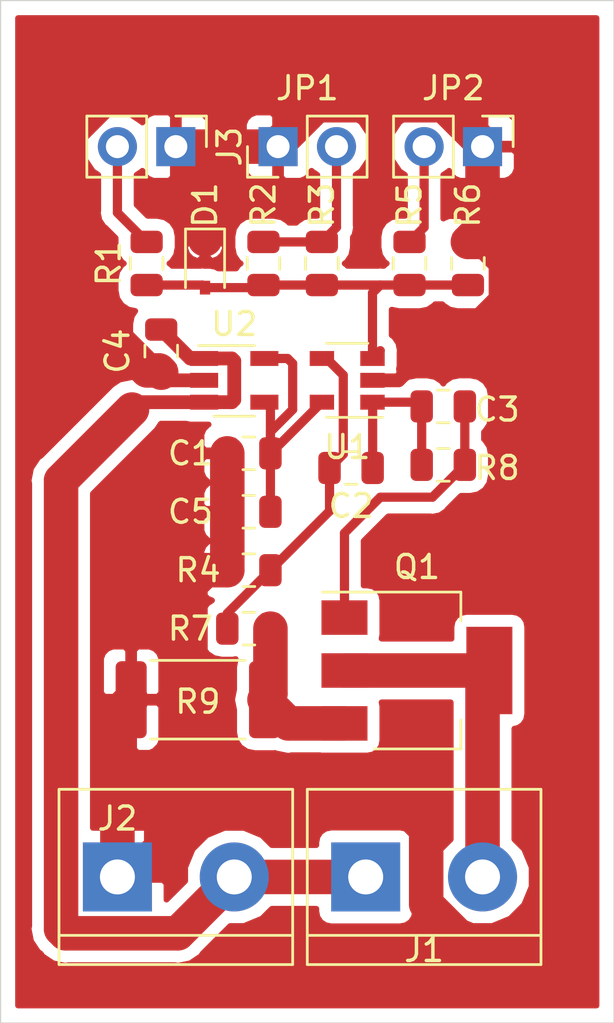
<source format=kicad_pcb>
(kicad_pcb (version 20171130) (host pcbnew 6.0.0-rc1-unknown-8de1209~84~ubuntu18.04.1)

  (general
    (thickness 1.6)
    (drawings 5)
    (tracks 127)
    (zones 0)
    (modules 23)
    (nets 13)
  )

  (page A4)
  (layers
    (0 F.Cu mixed)
    (31 B.Cu signal)
    (32 B.Adhes user)
    (33 F.Adhes user)
    (34 B.Paste user)
    (35 F.Paste user)
    (36 B.SilkS user)
    (37 F.SilkS user)
    (38 B.Mask user)
    (39 F.Mask user)
    (40 Dwgs.User user)
    (41 Cmts.User user)
    (42 Eco1.User user)
    (43 Eco2.User user)
    (44 Edge.Cuts user)
    (45 Margin user)
    (46 B.CrtYd user)
    (47 F.CrtYd user)
    (48 B.Fab user)
    (49 F.Fab user hide)
  )

  (setup
    (last_trace_width 0.4)
    (trace_clearance 0.2)
    (zone_clearance 0.508)
    (zone_45_only no)
    (trace_min 0.2)
    (via_size 0.8)
    (via_drill 0.4)
    (via_min_size 0.4)
    (via_min_drill 0.3)
    (uvia_size 0.3)
    (uvia_drill 0.1)
    (uvias_allowed no)
    (uvia_min_size 0.2)
    (uvia_min_drill 0.1)
    (edge_width 0.05)
    (segment_width 0.2)
    (pcb_text_width 0.3)
    (pcb_text_size 1.5 1.5)
    (mod_edge_width 0.12)
    (mod_text_size 1 1)
    (mod_text_width 0.15)
    (pad_size 1.524 1.524)
    (pad_drill 0.762)
    (pad_to_mask_clearance 0.051)
    (solder_mask_min_width 0.25)
    (aux_axis_origin 0 0)
    (visible_elements FFFFF77F)
    (pcbplotparams
      (layerselection 0x010fc_ffffffff)
      (usegerberextensions false)
      (usegerberattributes false)
      (usegerberadvancedattributes false)
      (creategerberjobfile false)
      (excludeedgelayer true)
      (linewidth 0.100000)
      (plotframeref false)
      (viasonmask false)
      (mode 1)
      (useauxorigin false)
      (hpglpennumber 1)
      (hpglpenspeed 20)
      (hpglpendiameter 15.000000)
      (psnegative false)
      (psa4output false)
      (plotreference true)
      (plotvalue true)
      (plotinvisibletext false)
      (padsonsilk false)
      (subtractmaskfromsilk false)
      (outputformat 1)
      (mirror false)
      (drillshape 1)
      (scaleselection 1)
      (outputdirectory ""))
  )

  (net 0 "")
  (net 1 VDDA)
  (net 2 GND)
  (net 3 "Net-(C2-Pad1)")
  (net 4 "Net-(C2-Pad2)")
  (net 5 "Net-(C3-Pad1)")
  (net 6 VCC)
  (net 7 "Net-(D1-Pad2)")
  (net 8 /SINK)
  (net 9 /REF)
  (net 10 "Net-(JP1-Pad2)")
  (net 11 "Net-(JP2-Pad2)")
  (net 12 "Net-(Q1-Pad3)")

  (net_class Default "This is the default net class."
    (clearance 0.2)
    (trace_width 0.4)
    (via_dia 0.8)
    (via_drill 0.4)
    (uvia_dia 0.3)
    (uvia_drill 0.1)
    (add_net /REF)
    (add_net "Net-(C2-Pad1)")
    (add_net "Net-(C2-Pad2)")
    (add_net "Net-(C3-Pad1)")
    (add_net "Net-(D1-Pad2)")
    (add_net "Net-(JP1-Pad2)")
    (add_net "Net-(JP2-Pad2)")
  )

  (net_class "Analog power" ""
    (clearance 0.2)
    (trace_width 0.4)
    (via_dia 0.8)
    (via_drill 0.4)
    (uvia_dia 0.3)
    (uvia_drill 0.1)
    (add_net VDDA)
  )

  (net_class Power ""
    (clearance 0.2)
    (trace_width 1.5)
    (via_dia 0.8)
    (via_drill 0.4)
    (uvia_dia 0.3)
    (uvia_drill 0.1)
    (add_net /SINK)
    (add_net GND)
    (add_net "Net-(Q1-Pad3)")
    (add_net VCC)
  )

  (module TerminalBlock:TerminalBlock_bornier-2_P5.08mm (layer F.Cu) (tedit 59FF03AB) (tstamp 5C3291BB)
    (at 118.11 82.55)
    (descr "simple 2-pin terminal block, pitch 5.08mm, revamped version of bornier2")
    (tags "terminal block bornier2")
    (path /5C4A14B6)
    (fp_text reference J2 (at 0 -2.54) (layer F.SilkS)
      (effects (font (size 1 1) (thickness 0.15)))
    )
    (fp_text value Screw_Terminal_01x02 (at 2.54 5.08) (layer F.Fab)
      (effects (font (size 1 1) (thickness 0.15)))
    )
    (fp_text user %R (at 2.54 0) (layer F.Fab)
      (effects (font (size 1 1) (thickness 0.15)))
    )
    (fp_line (start -2.41 2.55) (end 7.49 2.55) (layer F.Fab) (width 0.1))
    (fp_line (start -2.46 -3.75) (end -2.46 3.75) (layer F.Fab) (width 0.1))
    (fp_line (start -2.46 3.75) (end 7.54 3.75) (layer F.Fab) (width 0.1))
    (fp_line (start 7.54 3.75) (end 7.54 -3.75) (layer F.Fab) (width 0.1))
    (fp_line (start 7.54 -3.75) (end -2.46 -3.75) (layer F.Fab) (width 0.1))
    (fp_line (start 7.62 2.54) (end -2.54 2.54) (layer F.SilkS) (width 0.12))
    (fp_line (start 7.62 3.81) (end 7.62 -3.81) (layer F.SilkS) (width 0.12))
    (fp_line (start 7.62 -3.81) (end -2.54 -3.81) (layer F.SilkS) (width 0.12))
    (fp_line (start -2.54 -3.81) (end -2.54 3.81) (layer F.SilkS) (width 0.12))
    (fp_line (start -2.54 3.81) (end 7.62 3.81) (layer F.SilkS) (width 0.12))
    (fp_line (start -2.71 -4) (end 7.79 -4) (layer F.CrtYd) (width 0.05))
    (fp_line (start -2.71 -4) (end -2.71 4) (layer F.CrtYd) (width 0.05))
    (fp_line (start 7.79 4) (end 7.79 -4) (layer F.CrtYd) (width 0.05))
    (fp_line (start 7.79 4) (end -2.71 4) (layer F.CrtYd) (width 0.05))
    (pad 1 thru_hole rect (at 0 0) (size 3 3) (drill 1.52) (layers *.Cu *.Mask)
      (net 2 GND))
    (pad 2 thru_hole circle (at 5.08 0) (size 3 3) (drill 1.52) (layers *.Cu *.Mask)
      (net 6 VCC))
    (model ${KISYS3DMOD}/TerminalBlock.3dshapes/TerminalBlock_bornier-2_P5.08mm.wrl
      (offset (xyz 2.539999961853027 0 0))
      (scale (xyz 1 1 1))
      (rotate (xyz 0 0 0))
    )
  )

  (module Capacitor_SMD:C_0805_2012Metric (layer F.Cu) (tedit 5B36C52B) (tstamp 5C32B787)
    (at 123.825 64.135 180)
    (descr "Capacitor SMD 0805 (2012 Metric), square (rectangular) end terminal, IPC_7351 nominal, (Body size source: https://docs.google.com/spreadsheets/d/1BsfQQcO9C6DZCsRaXUlFlo91Tg2WpOkGARC1WS5S8t0/edit?usp=sharing), generated with kicad-footprint-generator")
    (tags capacitor)
    (path /5C32D634)
    (attr smd)
    (fp_text reference C1 (at 2.54 0 180) (layer F.SilkS)
      (effects (font (size 1 1) (thickness 0.15)))
    )
    (fp_text value 100n (at 0 1.65 180) (layer F.Fab)
      (effects (font (size 1 1) (thickness 0.15)))
    )
    (fp_line (start -1 0.6) (end -1 -0.6) (layer F.Fab) (width 0.1))
    (fp_line (start -1 -0.6) (end 1 -0.6) (layer F.Fab) (width 0.1))
    (fp_line (start 1 -0.6) (end 1 0.6) (layer F.Fab) (width 0.1))
    (fp_line (start 1 0.6) (end -1 0.6) (layer F.Fab) (width 0.1))
    (fp_line (start -0.258578 -0.71) (end 0.258578 -0.71) (layer F.SilkS) (width 0.12))
    (fp_line (start -0.258578 0.71) (end 0.258578 0.71) (layer F.SilkS) (width 0.12))
    (fp_line (start -1.68 0.95) (end -1.68 -0.95) (layer F.CrtYd) (width 0.05))
    (fp_line (start -1.68 -0.95) (end 1.68 -0.95) (layer F.CrtYd) (width 0.05))
    (fp_line (start 1.68 -0.95) (end 1.68 0.95) (layer F.CrtYd) (width 0.05))
    (fp_line (start 1.68 0.95) (end -1.68 0.95) (layer F.CrtYd) (width 0.05))
    (fp_text user %R (at 0 0 180) (layer F.Fab)
      (effects (font (size 0.5 0.5) (thickness 0.08)))
    )
    (pad 1 smd roundrect (at -0.9375 0 180) (size 0.975 1.4) (layers F.Cu F.Paste F.Mask) (roundrect_rratio 0.25)
      (net 1 VDDA))
    (pad 2 smd roundrect (at 0.9375 0 180) (size 0.975 1.4) (layers F.Cu F.Paste F.Mask) (roundrect_rratio 0.25)
      (net 2 GND))
    (model ${KISYS3DMOD}/Capacitor_SMD.3dshapes/C_0805_2012Metric.wrl
      (at (xyz 0 0 0))
      (scale (xyz 1 1 1))
      (rotate (xyz 0 0 0))
    )
  )

  (module Capacitor_SMD:C_0805_2012Metric (layer F.Cu) (tedit 5B36C52B) (tstamp 5C329146)
    (at 128.27 64.77 180)
    (descr "Capacitor SMD 0805 (2012 Metric), square (rectangular) end terminal, IPC_7351 nominal, (Body size source: https://docs.google.com/spreadsheets/d/1BsfQQcO9C6DZCsRaXUlFlo91Tg2WpOkGARC1WS5S8t0/edit?usp=sharing), generated with kicad-footprint-generator")
    (tags capacitor)
    (path /5C35FD66)
    (attr smd)
    (fp_text reference C2 (at 0 -1.65 180) (layer F.SilkS)
      (effects (font (size 1 1) (thickness 0.15)))
    )
    (fp_text value 82p (at 0 1.65 180) (layer F.Fab)
      (effects (font (size 1 1) (thickness 0.15)))
    )
    (fp_line (start -1 0.6) (end -1 -0.6) (layer F.Fab) (width 0.1))
    (fp_line (start -1 -0.6) (end 1 -0.6) (layer F.Fab) (width 0.1))
    (fp_line (start 1 -0.6) (end 1 0.6) (layer F.Fab) (width 0.1))
    (fp_line (start 1 0.6) (end -1 0.6) (layer F.Fab) (width 0.1))
    (fp_line (start -0.258578 -0.71) (end 0.258578 -0.71) (layer F.SilkS) (width 0.12))
    (fp_line (start -0.258578 0.71) (end 0.258578 0.71) (layer F.SilkS) (width 0.12))
    (fp_line (start -1.68 0.95) (end -1.68 -0.95) (layer F.CrtYd) (width 0.05))
    (fp_line (start -1.68 -0.95) (end 1.68 -0.95) (layer F.CrtYd) (width 0.05))
    (fp_line (start 1.68 -0.95) (end 1.68 0.95) (layer F.CrtYd) (width 0.05))
    (fp_line (start 1.68 0.95) (end -1.68 0.95) (layer F.CrtYd) (width 0.05))
    (fp_text user %R (at 0 0 180) (layer F.Fab)
      (effects (font (size 0.5 0.5) (thickness 0.08)))
    )
    (pad 1 smd roundrect (at -0.9375 0 180) (size 0.975 1.4) (layers F.Cu F.Paste F.Mask) (roundrect_rratio 0.25)
      (net 3 "Net-(C2-Pad1)"))
    (pad 2 smd roundrect (at 0.9375 0 180) (size 0.975 1.4) (layers F.Cu F.Paste F.Mask) (roundrect_rratio 0.25)
      (net 4 "Net-(C2-Pad2)"))
    (model ${KISYS3DMOD}/Capacitor_SMD.3dshapes/C_0805_2012Metric.wrl
      (at (xyz 0 0 0))
      (scale (xyz 1 1 1))
      (rotate (xyz 0 0 0))
    )
  )

  (module Capacitor_SMD:C_0805_2012Metric (layer F.Cu) (tedit 5B36C52B) (tstamp 5C32A24B)
    (at 132.276964 62.094696 180)
    (descr "Capacitor SMD 0805 (2012 Metric), square (rectangular) end terminal, IPC_7351 nominal, (Body size source: https://docs.google.com/spreadsheets/d/1BsfQQcO9C6DZCsRaXUlFlo91Tg2WpOkGARC1WS5S8t0/edit?usp=sharing), generated with kicad-footprint-generator")
    (tags capacitor)
    (path /5C3386C9)
    (attr smd)
    (fp_text reference C3 (at -2.343036 -0.135304 180) (layer F.SilkS)
      (effects (font (size 1 1) (thickness 0.15)))
    )
    (fp_text value 1n (at -2.2075 0 180) (layer F.Fab)
      (effects (font (size 1 1) (thickness 0.15)))
    )
    (fp_text user %R (at 0 0 180) (layer F.Fab)
      (effects (font (size 0.5 0.5) (thickness 0.08)))
    )
    (fp_line (start 1.68 0.95) (end -1.68 0.95) (layer F.CrtYd) (width 0.05))
    (fp_line (start 1.68 -0.95) (end 1.68 0.95) (layer F.CrtYd) (width 0.05))
    (fp_line (start -1.68 -0.95) (end 1.68 -0.95) (layer F.CrtYd) (width 0.05))
    (fp_line (start -1.68 0.95) (end -1.68 -0.95) (layer F.CrtYd) (width 0.05))
    (fp_line (start -0.258578 0.71) (end 0.258578 0.71) (layer F.SilkS) (width 0.12))
    (fp_line (start -0.258578 -0.71) (end 0.258578 -0.71) (layer F.SilkS) (width 0.12))
    (fp_line (start 1 0.6) (end -1 0.6) (layer F.Fab) (width 0.1))
    (fp_line (start 1 -0.6) (end 1 0.6) (layer F.Fab) (width 0.1))
    (fp_line (start -1 -0.6) (end 1 -0.6) (layer F.Fab) (width 0.1))
    (fp_line (start -1 0.6) (end -1 -0.6) (layer F.Fab) (width 0.1))
    (pad 2 smd roundrect (at 0.9375 0 180) (size 0.975 1.4) (layers F.Cu F.Paste F.Mask) (roundrect_rratio 0.25)
      (net 3 "Net-(C2-Pad1)"))
    (pad 1 smd roundrect (at -0.9375 0 180) (size 0.975 1.4) (layers F.Cu F.Paste F.Mask) (roundrect_rratio 0.25)
      (net 5 "Net-(C3-Pad1)"))
    (model ${KISYS3DMOD}/Capacitor_SMD.3dshapes/C_0805_2012Metric.wrl
      (at (xyz 0 0 0))
      (scale (xyz 1 1 1))
      (rotate (xyz 0 0 0))
    )
  )

  (module Capacitor_SMD:C_0805_2012Metric (layer F.Cu) (tedit 5B36C52B) (tstamp 5C329168)
    (at 120.015 59.69 270)
    (descr "Capacitor SMD 0805 (2012 Metric), square (rectangular) end terminal, IPC_7351 nominal, (Body size source: https://docs.google.com/spreadsheets/d/1BsfQQcO9C6DZCsRaXUlFlo91Tg2WpOkGARC1WS5S8t0/edit?usp=sharing), generated with kicad-footprint-generator")
    (tags capacitor)
    (path /5C3291DE)
    (attr smd)
    (fp_text reference C4 (at 0 1.905 270) (layer F.SilkS)
      (effects (font (size 1 1) (thickness 0.15)))
    )
    (fp_text value "2.2u 50v" (at 0 1.65 270) (layer F.Fab)
      (effects (font (size 1 1) (thickness 0.15)))
    )
    (fp_text user %R (at 0 0 270) (layer F.Fab)
      (effects (font (size 0.5 0.5) (thickness 0.08)))
    )
    (fp_line (start 1.68 0.95) (end -1.68 0.95) (layer F.CrtYd) (width 0.05))
    (fp_line (start 1.68 -0.95) (end 1.68 0.95) (layer F.CrtYd) (width 0.05))
    (fp_line (start -1.68 -0.95) (end 1.68 -0.95) (layer F.CrtYd) (width 0.05))
    (fp_line (start -1.68 0.95) (end -1.68 -0.95) (layer F.CrtYd) (width 0.05))
    (fp_line (start -0.258578 0.71) (end 0.258578 0.71) (layer F.SilkS) (width 0.12))
    (fp_line (start -0.258578 -0.71) (end 0.258578 -0.71) (layer F.SilkS) (width 0.12))
    (fp_line (start 1 0.6) (end -1 0.6) (layer F.Fab) (width 0.1))
    (fp_line (start 1 -0.6) (end 1 0.6) (layer F.Fab) (width 0.1))
    (fp_line (start -1 -0.6) (end 1 -0.6) (layer F.Fab) (width 0.1))
    (fp_line (start -1 0.6) (end -1 -0.6) (layer F.Fab) (width 0.1))
    (pad 2 smd roundrect (at 0.9375 0 270) (size 0.975 1.4) (layers F.Cu F.Paste F.Mask) (roundrect_rratio 0.25)
      (net 2 GND))
    (pad 1 smd roundrect (at -0.9375 0 270) (size 0.975 1.4) (layers F.Cu F.Paste F.Mask) (roundrect_rratio 0.25)
      (net 6 VCC))
    (model ${KISYS3DMOD}/Capacitor_SMD.3dshapes/C_0805_2012Metric.wrl
      (at (xyz 0 0 0))
      (scale (xyz 1 1 1))
      (rotate (xyz 0 0 0))
    )
  )

  (module Capacitor_SMD:C_0805_2012Metric (layer F.Cu) (tedit 5B36C52B) (tstamp 5C329179)
    (at 123.825 66.675 180)
    (descr "Capacitor SMD 0805 (2012 Metric), square (rectangular) end terminal, IPC_7351 nominal, (Body size source: https://docs.google.com/spreadsheets/d/1BsfQQcO9C6DZCsRaXUlFlo91Tg2WpOkGARC1WS5S8t0/edit?usp=sharing), generated with kicad-footprint-generator")
    (tags capacitor)
    (path /5C4A032E)
    (attr smd)
    (fp_text reference C5 (at 2.54 0 180) (layer F.SilkS)
      (effects (font (size 1 1) (thickness 0.15)))
    )
    (fp_text value 2.2u (at 0 1.65 180) (layer F.Fab)
      (effects (font (size 1 1) (thickness 0.15)))
    )
    (fp_line (start -1 0.6) (end -1 -0.6) (layer F.Fab) (width 0.1))
    (fp_line (start -1 -0.6) (end 1 -0.6) (layer F.Fab) (width 0.1))
    (fp_line (start 1 -0.6) (end 1 0.6) (layer F.Fab) (width 0.1))
    (fp_line (start 1 0.6) (end -1 0.6) (layer F.Fab) (width 0.1))
    (fp_line (start -0.258578 -0.71) (end 0.258578 -0.71) (layer F.SilkS) (width 0.12))
    (fp_line (start -0.258578 0.71) (end 0.258578 0.71) (layer F.SilkS) (width 0.12))
    (fp_line (start -1.68 0.95) (end -1.68 -0.95) (layer F.CrtYd) (width 0.05))
    (fp_line (start -1.68 -0.95) (end 1.68 -0.95) (layer F.CrtYd) (width 0.05))
    (fp_line (start 1.68 -0.95) (end 1.68 0.95) (layer F.CrtYd) (width 0.05))
    (fp_line (start 1.68 0.95) (end -1.68 0.95) (layer F.CrtYd) (width 0.05))
    (fp_text user %R (at 0 0 180) (layer F.Fab)
      (effects (font (size 0.5 0.5) (thickness 0.08)))
    )
    (pad 1 smd roundrect (at -0.9375 0 180) (size 0.975 1.4) (layers F.Cu F.Paste F.Mask) (roundrect_rratio 0.25)
      (net 1 VDDA))
    (pad 2 smd roundrect (at 0.9375 0 180) (size 0.975 1.4) (layers F.Cu F.Paste F.Mask) (roundrect_rratio 0.25)
      (net 2 GND))
    (model ${KISYS3DMOD}/Capacitor_SMD.3dshapes/C_0805_2012Metric.wrl
      (at (xyz 0 0 0))
      (scale (xyz 1 1 1))
      (rotate (xyz 0 0 0))
    )
  )

  (module Diode_SMD:D_SOD-323 (layer F.Cu) (tedit 58641739) (tstamp 5C32B14F)
    (at 121.92 55.88 270)
    (descr SOD-323)
    (tags SOD-323)
    (path /5C3EEAB9)
    (attr smd)
    (fp_text reference D1 (at -2.54 0 270) (layer F.SilkS)
      (effects (font (size 1 1) (thickness 0.15)))
    )
    (fp_text value 1N4148 (at 0.1 1.9 270) (layer F.Fab)
      (effects (font (size 1 1) (thickness 0.15)))
    )
    (fp_text user %R (at 0 -1.85 270) (layer F.Fab)
      (effects (font (size 1 1) (thickness 0.15)))
    )
    (fp_line (start -1.5 -0.85) (end -1.5 0.85) (layer F.SilkS) (width 0.12))
    (fp_line (start 0.2 0) (end 0.45 0) (layer F.Fab) (width 0.1))
    (fp_line (start 0.2 0.35) (end -0.3 0) (layer F.Fab) (width 0.1))
    (fp_line (start 0.2 -0.35) (end 0.2 0.35) (layer F.Fab) (width 0.1))
    (fp_line (start -0.3 0) (end 0.2 -0.35) (layer F.Fab) (width 0.1))
    (fp_line (start -0.3 0) (end -0.5 0) (layer F.Fab) (width 0.1))
    (fp_line (start -0.3 -0.35) (end -0.3 0.35) (layer F.Fab) (width 0.1))
    (fp_line (start -0.9 0.7) (end -0.9 -0.7) (layer F.Fab) (width 0.1))
    (fp_line (start 0.9 0.7) (end -0.9 0.7) (layer F.Fab) (width 0.1))
    (fp_line (start 0.9 -0.7) (end 0.9 0.7) (layer F.Fab) (width 0.1))
    (fp_line (start -0.9 -0.7) (end 0.9 -0.7) (layer F.Fab) (width 0.1))
    (fp_line (start -1.6 -0.95) (end 1.6 -0.95) (layer F.CrtYd) (width 0.05))
    (fp_line (start 1.6 -0.95) (end 1.6 0.95) (layer F.CrtYd) (width 0.05))
    (fp_line (start -1.6 0.95) (end 1.6 0.95) (layer F.CrtYd) (width 0.05))
    (fp_line (start -1.6 -0.95) (end -1.6 0.95) (layer F.CrtYd) (width 0.05))
    (fp_line (start -1.5 0.85) (end 1.05 0.85) (layer F.SilkS) (width 0.12))
    (fp_line (start -1.5 -0.85) (end 1.05 -0.85) (layer F.SilkS) (width 0.12))
    (pad 1 smd rect (at -1.05 0 270) (size 0.6 0.45) (layers F.Cu F.Paste F.Mask)
      (net 2 GND))
    (pad 2 smd rect (at 1.05 0 270) (size 0.6 0.45) (layers F.Cu F.Paste F.Mask)
      (net 7 "Net-(D1-Pad2)"))
    (model ${KISYS3DMOD}/Diode_SMD.3dshapes/D_SOD-323.wrl
      (at (xyz 0 0 0))
      (scale (xyz 1 1 1))
      (rotate (xyz 0 0 0))
    )
  )

  (module TerminalBlock:TerminalBlock_bornier-2_P5.08mm (layer F.Cu) (tedit 59FF03AB) (tstamp 5C3291A6)
    (at 128.905 82.55)
    (descr "simple 2-pin terminal block, pitch 5.08mm, revamped version of bornier2")
    (tags "terminal block bornier2")
    (path /5C33EC76)
    (fp_text reference J1 (at 2.54 3.175) (layer F.SilkS)
      (effects (font (size 1 1) (thickness 0.15)))
    )
    (fp_text value Screw_Terminal_01x02 (at 2.54 5.08) (layer F.Fab)
      (effects (font (size 1 1) (thickness 0.15)))
    )
    (fp_line (start 7.79 4) (end -2.71 4) (layer F.CrtYd) (width 0.05))
    (fp_line (start 7.79 4) (end 7.79 -4) (layer F.CrtYd) (width 0.05))
    (fp_line (start -2.71 -4) (end -2.71 4) (layer F.CrtYd) (width 0.05))
    (fp_line (start -2.71 -4) (end 7.79 -4) (layer F.CrtYd) (width 0.05))
    (fp_line (start -2.54 3.81) (end 7.62 3.81) (layer F.SilkS) (width 0.12))
    (fp_line (start -2.54 -3.81) (end -2.54 3.81) (layer F.SilkS) (width 0.12))
    (fp_line (start 7.62 -3.81) (end -2.54 -3.81) (layer F.SilkS) (width 0.12))
    (fp_line (start 7.62 3.81) (end 7.62 -3.81) (layer F.SilkS) (width 0.12))
    (fp_line (start 7.62 2.54) (end -2.54 2.54) (layer F.SilkS) (width 0.12))
    (fp_line (start 7.54 -3.75) (end -2.46 -3.75) (layer F.Fab) (width 0.1))
    (fp_line (start 7.54 3.75) (end 7.54 -3.75) (layer F.Fab) (width 0.1))
    (fp_line (start -2.46 3.75) (end 7.54 3.75) (layer F.Fab) (width 0.1))
    (fp_line (start -2.46 -3.75) (end -2.46 3.75) (layer F.Fab) (width 0.1))
    (fp_line (start -2.41 2.55) (end 7.49 2.55) (layer F.Fab) (width 0.1))
    (fp_text user %R (at 2.54 0) (layer F.Fab)
      (effects (font (size 1 1) (thickness 0.15)))
    )
    (pad 2 thru_hole circle (at 5.08 0) (size 3 3) (drill 1.52) (layers *.Cu *.Mask)
      (net 8 /SINK))
    (pad 1 thru_hole rect (at 0 0) (size 3 3) (drill 1.52) (layers *.Cu *.Mask)
      (net 6 VCC))
    (model ${KISYS3DMOD}/TerminalBlock.3dshapes/TerminalBlock_bornier-2_P5.08mm.wrl
      (offset (xyz 2.539999961853027 0 0))
      (scale (xyz 1 1 1))
      (rotate (xyz 0 0 0))
    )
  )

  (module Connector_PinHeader_2.54mm:PinHeader_1x02_P2.54mm_Vertical (layer F.Cu) (tedit 59FED5CC) (tstamp 5C3291D1)
    (at 120.65 50.8 270)
    (descr "Through hole straight pin header, 1x02, 2.54mm pitch, single row")
    (tags "Through hole pin header THT 1x02 2.54mm single row")
    (path /5C3442F6)
    (fp_text reference J3 (at 0 -2.33 270) (layer F.SilkS)
      (effects (font (size 1 1) (thickness 0.15)))
    )
    (fp_text value Conn_01x02 (at 0 4.87 270) (layer F.Fab)
      (effects (font (size 1 1) (thickness 0.15)))
    )
    (fp_line (start -0.635 -1.27) (end 1.27 -1.27) (layer F.Fab) (width 0.1))
    (fp_line (start 1.27 -1.27) (end 1.27 3.81) (layer F.Fab) (width 0.1))
    (fp_line (start 1.27 3.81) (end -1.27 3.81) (layer F.Fab) (width 0.1))
    (fp_line (start -1.27 3.81) (end -1.27 -0.635) (layer F.Fab) (width 0.1))
    (fp_line (start -1.27 -0.635) (end -0.635 -1.27) (layer F.Fab) (width 0.1))
    (fp_line (start -1.33 3.87) (end 1.33 3.87) (layer F.SilkS) (width 0.12))
    (fp_line (start -1.33 1.27) (end -1.33 3.87) (layer F.SilkS) (width 0.12))
    (fp_line (start 1.33 1.27) (end 1.33 3.87) (layer F.SilkS) (width 0.12))
    (fp_line (start -1.33 1.27) (end 1.33 1.27) (layer F.SilkS) (width 0.12))
    (fp_line (start -1.33 0) (end -1.33 -1.33) (layer F.SilkS) (width 0.12))
    (fp_line (start -1.33 -1.33) (end 0 -1.33) (layer F.SilkS) (width 0.12))
    (fp_line (start -1.8 -1.8) (end -1.8 4.35) (layer F.CrtYd) (width 0.05))
    (fp_line (start -1.8 4.35) (end 1.8 4.35) (layer F.CrtYd) (width 0.05))
    (fp_line (start 1.8 4.35) (end 1.8 -1.8) (layer F.CrtYd) (width 0.05))
    (fp_line (start 1.8 -1.8) (end -1.8 -1.8) (layer F.CrtYd) (width 0.05))
    (fp_text user %R (at 0 1.27) (layer F.Fab)
      (effects (font (size 1 1) (thickness 0.15)))
    )
    (pad 1 thru_hole rect (at 0 0 270) (size 1.7 1.7) (drill 1) (layers *.Cu *.Mask)
      (net 2 GND))
    (pad 2 thru_hole oval (at 0 2.54 270) (size 1.7 1.7) (drill 1) (layers *.Cu *.Mask)
      (net 9 /REF))
    (model ${KISYS3DMOD}/Connector_PinHeader_2.54mm.3dshapes/PinHeader_1x02_P2.54mm_Vertical.wrl
      (at (xyz 0 0 0))
      (scale (xyz 1 1 1))
      (rotate (xyz 0 0 0))
    )
  )

  (module Connector_PinHeader_2.54mm:PinHeader_1x02_P2.54mm_Vertical (layer F.Cu) (tedit 59FED5CC) (tstamp 5C329AEA)
    (at 125.095 50.8 90)
    (descr "Through hole straight pin header, 1x02, 2.54mm pitch, single row")
    (tags "Through hole pin header THT 1x02 2.54mm single row")
    (path /5C41C6E4)
    (fp_text reference JP1 (at 2.54 1.27 180) (layer F.SilkS)
      (effects (font (size 1 1) (thickness 0.15)))
    )
    (fp_text value Jumper_NO_Small (at 0 4.87 90) (layer F.Fab)
      (effects (font (size 1 1) (thickness 0.15)))
    )
    (fp_line (start -0.635 -1.27) (end 1.27 -1.27) (layer F.Fab) (width 0.1))
    (fp_line (start 1.27 -1.27) (end 1.27 3.81) (layer F.Fab) (width 0.1))
    (fp_line (start 1.27 3.81) (end -1.27 3.81) (layer F.Fab) (width 0.1))
    (fp_line (start -1.27 3.81) (end -1.27 -0.635) (layer F.Fab) (width 0.1))
    (fp_line (start -1.27 -0.635) (end -0.635 -1.27) (layer F.Fab) (width 0.1))
    (fp_line (start -1.33 3.87) (end 1.33 3.87) (layer F.SilkS) (width 0.12))
    (fp_line (start -1.33 1.27) (end -1.33 3.87) (layer F.SilkS) (width 0.12))
    (fp_line (start 1.33 1.27) (end 1.33 3.87) (layer F.SilkS) (width 0.12))
    (fp_line (start -1.33 1.27) (end 1.33 1.27) (layer F.SilkS) (width 0.12))
    (fp_line (start -1.33 0) (end -1.33 -1.33) (layer F.SilkS) (width 0.12))
    (fp_line (start -1.33 -1.33) (end 0 -1.33) (layer F.SilkS) (width 0.12))
    (fp_line (start -1.8 -1.8) (end -1.8 4.35) (layer F.CrtYd) (width 0.05))
    (fp_line (start -1.8 4.35) (end 1.8 4.35) (layer F.CrtYd) (width 0.05))
    (fp_line (start 1.8 4.35) (end 1.8 -1.8) (layer F.CrtYd) (width 0.05))
    (fp_line (start 1.8 -1.8) (end -1.8 -1.8) (layer F.CrtYd) (width 0.05))
    (fp_text user %R (at 0 1.27 180) (layer F.Fab)
      (effects (font (size 1 1) (thickness 0.15)))
    )
    (pad 1 thru_hole rect (at 0 0 90) (size 1.7 1.7) (drill 1) (layers *.Cu *.Mask)
      (net 2 GND))
    (pad 2 thru_hole oval (at 0 2.54 90) (size 1.7 1.7) (drill 1) (layers *.Cu *.Mask)
      (net 10 "Net-(JP1-Pad2)"))
    (model ${KISYS3DMOD}/Connector_PinHeader_2.54mm.3dshapes/PinHeader_1x02_P2.54mm_Vertical.wrl
      (at (xyz 0 0 0))
      (scale (xyz 1 1 1))
      (rotate (xyz 0 0 0))
    )
  )

  (module Connector_PinHeader_2.54mm:PinHeader_1x02_P2.54mm_Vertical (layer F.Cu) (tedit 59FED5CC) (tstamp 5C3291FD)
    (at 133.985 50.8 270)
    (descr "Through hole straight pin header, 1x02, 2.54mm pitch, single row")
    (tags "Through hole pin header THT 1x02 2.54mm single row")
    (path /5C4221EC)
    (fp_text reference JP2 (at -2.54 1.27) (layer F.SilkS)
      (effects (font (size 1 1) (thickness 0.15)))
    )
    (fp_text value Jumper_NO_Small (at 0 4.87 270) (layer F.Fab)
      (effects (font (size 1 1) (thickness 0.15)))
    )
    (fp_text user %R (at 0 1.27) (layer F.Fab)
      (effects (font (size 1 1) (thickness 0.15)))
    )
    (fp_line (start 1.8 -1.8) (end -1.8 -1.8) (layer F.CrtYd) (width 0.05))
    (fp_line (start 1.8 4.35) (end 1.8 -1.8) (layer F.CrtYd) (width 0.05))
    (fp_line (start -1.8 4.35) (end 1.8 4.35) (layer F.CrtYd) (width 0.05))
    (fp_line (start -1.8 -1.8) (end -1.8 4.35) (layer F.CrtYd) (width 0.05))
    (fp_line (start -1.33 -1.33) (end 0 -1.33) (layer F.SilkS) (width 0.12))
    (fp_line (start -1.33 0) (end -1.33 -1.33) (layer F.SilkS) (width 0.12))
    (fp_line (start -1.33 1.27) (end 1.33 1.27) (layer F.SilkS) (width 0.12))
    (fp_line (start 1.33 1.27) (end 1.33 3.87) (layer F.SilkS) (width 0.12))
    (fp_line (start -1.33 1.27) (end -1.33 3.87) (layer F.SilkS) (width 0.12))
    (fp_line (start -1.33 3.87) (end 1.33 3.87) (layer F.SilkS) (width 0.12))
    (fp_line (start -1.27 -0.635) (end -0.635 -1.27) (layer F.Fab) (width 0.1))
    (fp_line (start -1.27 3.81) (end -1.27 -0.635) (layer F.Fab) (width 0.1))
    (fp_line (start 1.27 3.81) (end -1.27 3.81) (layer F.Fab) (width 0.1))
    (fp_line (start 1.27 -1.27) (end 1.27 3.81) (layer F.Fab) (width 0.1))
    (fp_line (start -0.635 -1.27) (end 1.27 -1.27) (layer F.Fab) (width 0.1))
    (pad 2 thru_hole oval (at 0 2.54 270) (size 1.7 1.7) (drill 1) (layers *.Cu *.Mask)
      (net 11 "Net-(JP2-Pad2)"))
    (pad 1 thru_hole rect (at 0 0 270) (size 1.7 1.7) (drill 1) (layers *.Cu *.Mask)
      (net 2 GND))
    (model ${KISYS3DMOD}/Connector_PinHeader_2.54mm.3dshapes/PinHeader_1x02_P2.54mm_Vertical.wrl
      (at (xyz 0 0 0))
      (scale (xyz 1 1 1))
      (rotate (xyz 0 0 0))
    )
  )

  (module Package_TO_SOT_SMD:SOT-223 (layer F.Cu) (tedit 5A02FF57) (tstamp 5C3297E9)
    (at 131.132089 73.574988)
    (descr "module CMS SOT223 4 pins")
    (tags "CMS SOT")
    (path /5C3371B8)
    (attr smd)
    (fp_text reference Q1 (at 0 -4.5) (layer F.SilkS)
      (effects (font (size 1 1) (thickness 0.15)))
    )
    (fp_text value NDT3055L (at 0 4.5) (layer F.Fab)
      (effects (font (size 1 1) (thickness 0.15)))
    )
    (fp_text user %R (at 0 0 90) (layer F.Fab)
      (effects (font (size 0.8 0.8) (thickness 0.12)))
    )
    (fp_line (start -1.85 -2.3) (end -0.8 -3.35) (layer F.Fab) (width 0.1))
    (fp_line (start 1.91 3.41) (end 1.91 2.15) (layer F.SilkS) (width 0.12))
    (fp_line (start 1.91 -3.41) (end 1.91 -2.15) (layer F.SilkS) (width 0.12))
    (fp_line (start 4.4 -3.6) (end -4.4 -3.6) (layer F.CrtYd) (width 0.05))
    (fp_line (start 4.4 3.6) (end 4.4 -3.6) (layer F.CrtYd) (width 0.05))
    (fp_line (start -4.4 3.6) (end 4.4 3.6) (layer F.CrtYd) (width 0.05))
    (fp_line (start -4.4 -3.6) (end -4.4 3.6) (layer F.CrtYd) (width 0.05))
    (fp_line (start -1.85 -2.3) (end -1.85 3.35) (layer F.Fab) (width 0.1))
    (fp_line (start -1.85 3.41) (end 1.91 3.41) (layer F.SilkS) (width 0.12))
    (fp_line (start -0.8 -3.35) (end 1.85 -3.35) (layer F.Fab) (width 0.1))
    (fp_line (start -4.1 -3.41) (end 1.91 -3.41) (layer F.SilkS) (width 0.12))
    (fp_line (start -1.85 3.35) (end 1.85 3.35) (layer F.Fab) (width 0.1))
    (fp_line (start 1.85 -3.35) (end 1.85 3.35) (layer F.Fab) (width 0.1))
    (pad 4 smd rect (at 3.15 0) (size 2 3.8) (layers F.Cu F.Paste F.Mask)
      (net 8 /SINK))
    (pad 2 smd rect (at -3.15 0) (size 2 1.5) (layers F.Cu F.Paste F.Mask)
      (net 8 /SINK))
    (pad 3 smd rect (at -3.15 2.3) (size 2 1.5) (layers F.Cu F.Paste F.Mask)
      (net 12 "Net-(Q1-Pad3)"))
    (pad 1 smd rect (at -3.15 -2.3) (size 2 1.5) (layers F.Cu F.Paste F.Mask)
      (net 5 "Net-(C3-Pad1)"))
    (model ${KISYS3DMOD}/Package_TO_SOT_SMD.3dshapes/SOT-223.wrl
      (at (xyz 0 0 0))
      (scale (xyz 1 1 1))
      (rotate (xyz 0 0 0))
    )
  )

  (module Resistor_SMD:R_0805_2012Metric (layer F.Cu) (tedit 5B36C52B) (tstamp 5C32B21E)
    (at 119.38 55.88 90)
    (descr "Resistor SMD 0805 (2012 Metric), square (rectangular) end terminal, IPC_7351 nominal, (Body size source: https://docs.google.com/spreadsheets/d/1BsfQQcO9C6DZCsRaXUlFlo91Tg2WpOkGARC1WS5S8t0/edit?usp=sharing), generated with kicad-footprint-generator")
    (tags resistor)
    (path /5C4769A9)
    (attr smd)
    (fp_text reference R1 (at 0 -1.65 90) (layer F.SilkS)
      (effects (font (size 1 1) (thickness 0.15)))
    )
    (fp_text value "10k %1" (at 0 1.65 90) (layer F.Fab)
      (effects (font (size 1 1) (thickness 0.15)))
    )
    (fp_text user %R (at 0 0 90) (layer F.Fab)
      (effects (font (size 0.5 0.5) (thickness 0.08)))
    )
    (fp_line (start 1.68 0.95) (end -1.68 0.95) (layer F.CrtYd) (width 0.05))
    (fp_line (start 1.68 -0.95) (end 1.68 0.95) (layer F.CrtYd) (width 0.05))
    (fp_line (start -1.68 -0.95) (end 1.68 -0.95) (layer F.CrtYd) (width 0.05))
    (fp_line (start -1.68 0.95) (end -1.68 -0.95) (layer F.CrtYd) (width 0.05))
    (fp_line (start -0.258578 0.71) (end 0.258578 0.71) (layer F.SilkS) (width 0.12))
    (fp_line (start -0.258578 -0.71) (end 0.258578 -0.71) (layer F.SilkS) (width 0.12))
    (fp_line (start 1 0.6) (end -1 0.6) (layer F.Fab) (width 0.1))
    (fp_line (start 1 -0.6) (end 1 0.6) (layer F.Fab) (width 0.1))
    (fp_line (start -1 -0.6) (end 1 -0.6) (layer F.Fab) (width 0.1))
    (fp_line (start -1 0.6) (end -1 -0.6) (layer F.Fab) (width 0.1))
    (pad 2 smd roundrect (at 0.9375 0 90) (size 0.975 1.4) (layers F.Cu F.Paste F.Mask) (roundrect_rratio 0.25)
      (net 9 /REF))
    (pad 1 smd roundrect (at -0.9375 0 90) (size 0.975 1.4) (layers F.Cu F.Paste F.Mask) (roundrect_rratio 0.25)
      (net 7 "Net-(D1-Pad2)"))
    (model ${KISYS3DMOD}/Resistor_SMD.3dshapes/R_0805_2012Metric.wrl
      (at (xyz 0 0 0))
      (scale (xyz 1 1 1))
      (rotate (xyz 0 0 0))
    )
  )

  (module Resistor_SMD:R_0805_2012Metric (layer F.Cu) (tedit 5B36C52B) (tstamp 5C329235)
    (at 124.46 55.88 90)
    (descr "Resistor SMD 0805 (2012 Metric), square (rectangular) end terminal, IPC_7351 nominal, (Body size source: https://docs.google.com/spreadsheets/d/1BsfQQcO9C6DZCsRaXUlFlo91Tg2WpOkGARC1WS5S8t0/edit?usp=sharing), generated with kicad-footprint-generator")
    (tags resistor)
    (path /5C48170F)
    (attr smd)
    (fp_text reference R2 (at 2.54 0 90) (layer F.SilkS)
      (effects (font (size 1 1) (thickness 0.15)))
    )
    (fp_text value "10k %1" (at 0 1.65 90) (layer F.Fab)
      (effects (font (size 1 1) (thickness 0.15)))
    )
    (fp_line (start -1 0.6) (end -1 -0.6) (layer F.Fab) (width 0.1))
    (fp_line (start -1 -0.6) (end 1 -0.6) (layer F.Fab) (width 0.1))
    (fp_line (start 1 -0.6) (end 1 0.6) (layer F.Fab) (width 0.1))
    (fp_line (start 1 0.6) (end -1 0.6) (layer F.Fab) (width 0.1))
    (fp_line (start -0.258578 -0.71) (end 0.258578 -0.71) (layer F.SilkS) (width 0.12))
    (fp_line (start -0.258578 0.71) (end 0.258578 0.71) (layer F.SilkS) (width 0.12))
    (fp_line (start -1.68 0.95) (end -1.68 -0.95) (layer F.CrtYd) (width 0.05))
    (fp_line (start -1.68 -0.95) (end 1.68 -0.95) (layer F.CrtYd) (width 0.05))
    (fp_line (start 1.68 -0.95) (end 1.68 0.95) (layer F.CrtYd) (width 0.05))
    (fp_line (start 1.68 0.95) (end -1.68 0.95) (layer F.CrtYd) (width 0.05))
    (fp_text user %R (at 0 0 90) (layer F.Fab)
      (effects (font (size 0.5 0.5) (thickness 0.08)))
    )
    (pad 1 smd roundrect (at -0.9375 0 90) (size 0.975 1.4) (layers F.Cu F.Paste F.Mask) (roundrect_rratio 0.25)
      (net 7 "Net-(D1-Pad2)"))
    (pad 2 smd roundrect (at 0.9375 0 90) (size 0.975 1.4) (layers F.Cu F.Paste F.Mask) (roundrect_rratio 0.25)
      (net 10 "Net-(JP1-Pad2)"))
    (model ${KISYS3DMOD}/Resistor_SMD.3dshapes/R_0805_2012Metric.wrl
      (at (xyz 0 0 0))
      (scale (xyz 1 1 1))
      (rotate (xyz 0 0 0))
    )
  )

  (module Resistor_SMD:R_0805_2012Metric (layer F.Cu) (tedit 5B36C52B) (tstamp 5C329246)
    (at 127 55.88 90)
    (descr "Resistor SMD 0805 (2012 Metric), square (rectangular) end terminal, IPC_7351 nominal, (Body size source: https://docs.google.com/spreadsheets/d/1BsfQQcO9C6DZCsRaXUlFlo91Tg2WpOkGARC1WS5S8t0/edit?usp=sharing), generated with kicad-footprint-generator")
    (tags resistor)
    (path /5C48138E)
    (attr smd)
    (fp_text reference R3 (at 2.54 0 90) (layer F.SilkS)
      (effects (font (size 1 1) (thickness 0.15)))
    )
    (fp_text value "10k %1" (at 0 1.65 90) (layer F.Fab)
      (effects (font (size 1 1) (thickness 0.15)))
    )
    (fp_text user %R (at 0 0 90) (layer F.Fab)
      (effects (font (size 0.5 0.5) (thickness 0.08)))
    )
    (fp_line (start 1.68 0.95) (end -1.68 0.95) (layer F.CrtYd) (width 0.05))
    (fp_line (start 1.68 -0.95) (end 1.68 0.95) (layer F.CrtYd) (width 0.05))
    (fp_line (start -1.68 -0.95) (end 1.68 -0.95) (layer F.CrtYd) (width 0.05))
    (fp_line (start -1.68 0.95) (end -1.68 -0.95) (layer F.CrtYd) (width 0.05))
    (fp_line (start -0.258578 0.71) (end 0.258578 0.71) (layer F.SilkS) (width 0.12))
    (fp_line (start -0.258578 -0.71) (end 0.258578 -0.71) (layer F.SilkS) (width 0.12))
    (fp_line (start 1 0.6) (end -1 0.6) (layer F.Fab) (width 0.1))
    (fp_line (start 1 -0.6) (end 1 0.6) (layer F.Fab) (width 0.1))
    (fp_line (start -1 -0.6) (end 1 -0.6) (layer F.Fab) (width 0.1))
    (fp_line (start -1 0.6) (end -1 -0.6) (layer F.Fab) (width 0.1))
    (pad 2 smd roundrect (at 0.9375 0 90) (size 0.975 1.4) (layers F.Cu F.Paste F.Mask) (roundrect_rratio 0.25)
      (net 10 "Net-(JP1-Pad2)"))
    (pad 1 smd roundrect (at -0.9375 0 90) (size 0.975 1.4) (layers F.Cu F.Paste F.Mask) (roundrect_rratio 0.25)
      (net 7 "Net-(D1-Pad2)"))
    (model ${KISYS3DMOD}/Resistor_SMD.3dshapes/R_0805_2012Metric.wrl
      (at (xyz 0 0 0))
      (scale (xyz 1 1 1))
      (rotate (xyz 0 0 0))
    )
  )

  (module Resistor_SMD:R_0805_2012Metric (layer F.Cu) (tedit 5B36C52B) (tstamp 5C329257)
    (at 123.825 69.215 180)
    (descr "Resistor SMD 0805 (2012 Metric), square (rectangular) end terminal, IPC_7351 nominal, (Body size source: https://docs.google.com/spreadsheets/d/1BsfQQcO9C6DZCsRaXUlFlo91Tg2WpOkGARC1WS5S8t0/edit?usp=sharing), generated with kicad-footprint-generator")
    (tags resistor)
    (path /5C4771A2)
    (attr smd)
    (fp_text reference R4 (at 2.2075 0 180) (layer F.SilkS)
      (effects (font (size 1 1) (thickness 0.15)))
    )
    (fp_text value "10k %1" (at 0 1.65 180) (layer F.Fab)
      (effects (font (size 1 1) (thickness 0.15)))
    )
    (fp_line (start -1 0.6) (end -1 -0.6) (layer F.Fab) (width 0.1))
    (fp_line (start -1 -0.6) (end 1 -0.6) (layer F.Fab) (width 0.1))
    (fp_line (start 1 -0.6) (end 1 0.6) (layer F.Fab) (width 0.1))
    (fp_line (start 1 0.6) (end -1 0.6) (layer F.Fab) (width 0.1))
    (fp_line (start -0.258578 -0.71) (end 0.258578 -0.71) (layer F.SilkS) (width 0.12))
    (fp_line (start -0.258578 0.71) (end 0.258578 0.71) (layer F.SilkS) (width 0.12))
    (fp_line (start -1.68 0.95) (end -1.68 -0.95) (layer F.CrtYd) (width 0.05))
    (fp_line (start -1.68 -0.95) (end 1.68 -0.95) (layer F.CrtYd) (width 0.05))
    (fp_line (start 1.68 -0.95) (end 1.68 0.95) (layer F.CrtYd) (width 0.05))
    (fp_line (start 1.68 0.95) (end -1.68 0.95) (layer F.CrtYd) (width 0.05))
    (fp_text user %R (at 0 0 180) (layer F.Fab)
      (effects (font (size 0.5 0.5) (thickness 0.08)))
    )
    (pad 1 smd roundrect (at -0.9375 0 180) (size 0.975 1.4) (layers F.Cu F.Paste F.Mask) (roundrect_rratio 0.25)
      (net 4 "Net-(C2-Pad2)"))
    (pad 2 smd roundrect (at 0.9375 0 180) (size 0.975 1.4) (layers F.Cu F.Paste F.Mask) (roundrect_rratio 0.25)
      (net 2 GND))
    (model ${KISYS3DMOD}/Resistor_SMD.3dshapes/R_0805_2012Metric.wrl
      (at (xyz 0 0 0))
      (scale (xyz 1 1 1))
      (rotate (xyz 0 0 0))
    )
  )

  (module Resistor_SMD:R_0805_2012Metric (layer F.Cu) (tedit 5B36C52B) (tstamp 5C329268)
    (at 130.81 55.88 90)
    (descr "Resistor SMD 0805 (2012 Metric), square (rectangular) end terminal, IPC_7351 nominal, (Body size source: https://docs.google.com/spreadsheets/d/1BsfQQcO9C6DZCsRaXUlFlo91Tg2WpOkGARC1WS5S8t0/edit?usp=sharing), generated with kicad-footprint-generator")
    (tags resistor)
    (path /5C421D99)
    (attr smd)
    (fp_text reference R5 (at 2.54 0 90) (layer F.SilkS)
      (effects (font (size 1 1) (thickness 0.15)))
    )
    (fp_text value "10k %1" (at 0 1.65 90) (layer F.Fab)
      (effects (font (size 1 1) (thickness 0.15)))
    )
    (fp_text user %R (at 0 0 90) (layer F.Fab)
      (effects (font (size 0.5 0.5) (thickness 0.08)))
    )
    (fp_line (start 1.68 0.95) (end -1.68 0.95) (layer F.CrtYd) (width 0.05))
    (fp_line (start 1.68 -0.95) (end 1.68 0.95) (layer F.CrtYd) (width 0.05))
    (fp_line (start -1.68 -0.95) (end 1.68 -0.95) (layer F.CrtYd) (width 0.05))
    (fp_line (start -1.68 0.95) (end -1.68 -0.95) (layer F.CrtYd) (width 0.05))
    (fp_line (start -0.258578 0.71) (end 0.258578 0.71) (layer F.SilkS) (width 0.12))
    (fp_line (start -0.258578 -0.71) (end 0.258578 -0.71) (layer F.SilkS) (width 0.12))
    (fp_line (start 1 0.6) (end -1 0.6) (layer F.Fab) (width 0.1))
    (fp_line (start 1 -0.6) (end 1 0.6) (layer F.Fab) (width 0.1))
    (fp_line (start -1 -0.6) (end 1 -0.6) (layer F.Fab) (width 0.1))
    (fp_line (start -1 0.6) (end -1 -0.6) (layer F.Fab) (width 0.1))
    (pad 2 smd roundrect (at 0.9375 0 90) (size 0.975 1.4) (layers F.Cu F.Paste F.Mask) (roundrect_rratio 0.25)
      (net 11 "Net-(JP2-Pad2)"))
    (pad 1 smd roundrect (at -0.9375 0 90) (size 0.975 1.4) (layers F.Cu F.Paste F.Mask) (roundrect_rratio 0.25)
      (net 7 "Net-(D1-Pad2)"))
    (model ${KISYS3DMOD}/Resistor_SMD.3dshapes/R_0805_2012Metric.wrl
      (at (xyz 0 0 0))
      (scale (xyz 1 1 1))
      (rotate (xyz 0 0 0))
    )
  )

  (module Resistor_SMD:R_0805_2012Metric (layer F.Cu) (tedit 5B36C52B) (tstamp 5C329279)
    (at 133.35 55.88 90)
    (descr "Resistor SMD 0805 (2012 Metric), square (rectangular) end terminal, IPC_7351 nominal, (Body size source: https://docs.google.com/spreadsheets/d/1BsfQQcO9C6DZCsRaXUlFlo91Tg2WpOkGARC1WS5S8t0/edit?usp=sharing), generated with kicad-footprint-generator")
    (tags resistor)
    (path /5C490BA9)
    (attr smd)
    (fp_text reference R6 (at 2.54 0 90) (layer F.SilkS)
      (effects (font (size 1 1) (thickness 0.15)))
    )
    (fp_text value "10k %1" (at 0 1.65 90) (layer F.Fab)
      (effects (font (size 1 1) (thickness 0.15)))
    )
    (fp_text user %R (at 0 0 90) (layer F.Fab)
      (effects (font (size 0.5 0.5) (thickness 0.08)))
    )
    (fp_line (start 1.68 0.95) (end -1.68 0.95) (layer F.CrtYd) (width 0.05))
    (fp_line (start 1.68 -0.95) (end 1.68 0.95) (layer F.CrtYd) (width 0.05))
    (fp_line (start -1.68 -0.95) (end 1.68 -0.95) (layer F.CrtYd) (width 0.05))
    (fp_line (start -1.68 0.95) (end -1.68 -0.95) (layer F.CrtYd) (width 0.05))
    (fp_line (start -0.258578 0.71) (end 0.258578 0.71) (layer F.SilkS) (width 0.12))
    (fp_line (start -0.258578 -0.71) (end 0.258578 -0.71) (layer F.SilkS) (width 0.12))
    (fp_line (start 1 0.6) (end -1 0.6) (layer F.Fab) (width 0.1))
    (fp_line (start 1 -0.6) (end 1 0.6) (layer F.Fab) (width 0.1))
    (fp_line (start -1 -0.6) (end 1 -0.6) (layer F.Fab) (width 0.1))
    (fp_line (start -1 0.6) (end -1 -0.6) (layer F.Fab) (width 0.1))
    (pad 2 smd roundrect (at 0.9375 0 90) (size 0.975 1.4) (layers F.Cu F.Paste F.Mask) (roundrect_rratio 0.25)
      (net 2 GND))
    (pad 1 smd roundrect (at -0.9375 0 90) (size 0.975 1.4) (layers F.Cu F.Paste F.Mask) (roundrect_rratio 0.25)
      (net 7 "Net-(D1-Pad2)"))
    (model ${KISYS3DMOD}/Resistor_SMD.3dshapes/R_0805_2012Metric.wrl
      (at (xyz 0 0 0))
      (scale (xyz 1 1 1))
      (rotate (xyz 0 0 0))
    )
  )

  (module Resistor_SMD:R_0805_2012Metric (layer F.Cu) (tedit 5B36C52B) (tstamp 5C32928A)
    (at 123.825 71.755 180)
    (descr "Resistor SMD 0805 (2012 Metric), square (rectangular) end terminal, IPC_7351 nominal, (Body size source: https://docs.google.com/spreadsheets/d/1BsfQQcO9C6DZCsRaXUlFlo91Tg2WpOkGARC1WS5S8t0/edit?usp=sharing), generated with kicad-footprint-generator")
    (tags resistor)
    (path /5C476613)
    (attr smd)
    (fp_text reference R7 (at 2.54 0 180) (layer F.SilkS)
      (effects (font (size 1 1) (thickness 0.15)))
    )
    (fp_text value "10k %1" (at 0 1.65 180) (layer F.Fab)
      (effects (font (size 1 1) (thickness 0.15)))
    )
    (fp_line (start -1 0.6) (end -1 -0.6) (layer F.Fab) (width 0.1))
    (fp_line (start -1 -0.6) (end 1 -0.6) (layer F.Fab) (width 0.1))
    (fp_line (start 1 -0.6) (end 1 0.6) (layer F.Fab) (width 0.1))
    (fp_line (start 1 0.6) (end -1 0.6) (layer F.Fab) (width 0.1))
    (fp_line (start -0.258578 -0.71) (end 0.258578 -0.71) (layer F.SilkS) (width 0.12))
    (fp_line (start -0.258578 0.71) (end 0.258578 0.71) (layer F.SilkS) (width 0.12))
    (fp_line (start -1.68 0.95) (end -1.68 -0.95) (layer F.CrtYd) (width 0.05))
    (fp_line (start -1.68 -0.95) (end 1.68 -0.95) (layer F.CrtYd) (width 0.05))
    (fp_line (start 1.68 -0.95) (end 1.68 0.95) (layer F.CrtYd) (width 0.05))
    (fp_line (start 1.68 0.95) (end -1.68 0.95) (layer F.CrtYd) (width 0.05))
    (fp_text user %R (at 0 0 180) (layer F.Fab)
      (effects (font (size 0.5 0.5) (thickness 0.08)))
    )
    (pad 1 smd roundrect (at -0.9375 0 180) (size 0.975 1.4) (layers F.Cu F.Paste F.Mask) (roundrect_rratio 0.25)
      (net 12 "Net-(Q1-Pad3)"))
    (pad 2 smd roundrect (at 0.9375 0 180) (size 0.975 1.4) (layers F.Cu F.Paste F.Mask) (roundrect_rratio 0.25)
      (net 4 "Net-(C2-Pad2)"))
    (model ${KISYS3DMOD}/Resistor_SMD.3dshapes/R_0805_2012Metric.wrl
      (at (xyz 0 0 0))
      (scale (xyz 1 1 1))
      (rotate (xyz 0 0 0))
    )
  )

  (module Resistor_SMD:R_0805_2012Metric (layer F.Cu) (tedit 5B36C52B) (tstamp 5C32A281)
    (at 132.276964 64.634696 180)
    (descr "Resistor SMD 0805 (2012 Metric), square (rectangular) end terminal, IPC_7351 nominal, (Body size source: https://docs.google.com/spreadsheets/d/1BsfQQcO9C6DZCsRaXUlFlo91Tg2WpOkGARC1WS5S8t0/edit?usp=sharing), generated with kicad-footprint-generator")
    (tags resistor)
    (path /5C321635)
    (attr smd)
    (fp_text reference R8 (at -2.343036 -0.135304 180) (layer F.SilkS)
      (effects (font (size 1 1) (thickness 0.15)))
    )
    (fp_text value 220R (at -4.883036 -0.135304 180) (layer F.Fab)
      (effects (font (size 1 1) (thickness 0.15)))
    )
    (fp_line (start -1 0.6) (end -1 -0.6) (layer F.Fab) (width 0.1))
    (fp_line (start -1 -0.6) (end 1 -0.6) (layer F.Fab) (width 0.1))
    (fp_line (start 1 -0.6) (end 1 0.6) (layer F.Fab) (width 0.1))
    (fp_line (start 1 0.6) (end -1 0.6) (layer F.Fab) (width 0.1))
    (fp_line (start -0.258578 -0.71) (end 0.258578 -0.71) (layer F.SilkS) (width 0.12))
    (fp_line (start -0.258578 0.71) (end 0.258578 0.71) (layer F.SilkS) (width 0.12))
    (fp_line (start -1.68 0.95) (end -1.68 -0.95) (layer F.CrtYd) (width 0.05))
    (fp_line (start -1.68 -0.95) (end 1.68 -0.95) (layer F.CrtYd) (width 0.05))
    (fp_line (start 1.68 -0.95) (end 1.68 0.95) (layer F.CrtYd) (width 0.05))
    (fp_line (start 1.68 0.95) (end -1.68 0.95) (layer F.CrtYd) (width 0.05))
    (fp_text user %R (at 0 0 180) (layer F.Fab)
      (effects (font (size 0.5 0.5) (thickness 0.08)))
    )
    (pad 1 smd roundrect (at -0.9375 0 180) (size 0.975 1.4) (layers F.Cu F.Paste F.Mask) (roundrect_rratio 0.25)
      (net 5 "Net-(C3-Pad1)"))
    (pad 2 smd roundrect (at 0.9375 0 180) (size 0.975 1.4) (layers F.Cu F.Paste F.Mask) (roundrect_rratio 0.25)
      (net 3 "Net-(C2-Pad1)"))
    (model ${KISYS3DMOD}/Resistor_SMD.3dshapes/R_0805_2012Metric.wrl
      (at (xyz 0 0 0))
      (scale (xyz 1 1 1))
      (rotate (xyz 0 0 0))
    )
  )

  (module Resistor_SMD:R_2512_6332Metric (layer F.Cu) (tedit 5B301BBD) (tstamp 5C3292AC)
    (at 121.607089 74.844988 180)
    (descr "Resistor SMD 2512 (6332 Metric), square (rectangular) end terminal, IPC_7351 nominal, (Body size source: http://www.tortai-tech.com/upload/download/2011102023233369053.pdf), generated with kicad-footprint-generator")
    (tags resistor)
    (path /5C33A243)
    (attr smd)
    (fp_text reference R9 (at 0 -0.085012 180) (layer F.SilkS)
      (effects (font (size 1 1) (thickness 0.15)))
    )
    (fp_text value "1R 1W %1" (at 0 2.62 180) (layer F.Fab)
      (effects (font (size 1 1) (thickness 0.15)))
    )
    (fp_line (start -3.15 1.6) (end -3.15 -1.6) (layer F.Fab) (width 0.1))
    (fp_line (start -3.15 -1.6) (end 3.15 -1.6) (layer F.Fab) (width 0.1))
    (fp_line (start 3.15 -1.6) (end 3.15 1.6) (layer F.Fab) (width 0.1))
    (fp_line (start 3.15 1.6) (end -3.15 1.6) (layer F.Fab) (width 0.1))
    (fp_line (start -2.052064 -1.71) (end 2.052064 -1.71) (layer F.SilkS) (width 0.12))
    (fp_line (start -2.052064 1.71) (end 2.052064 1.71) (layer F.SilkS) (width 0.12))
    (fp_line (start -3.82 1.92) (end -3.82 -1.92) (layer F.CrtYd) (width 0.05))
    (fp_line (start -3.82 -1.92) (end 3.82 -1.92) (layer F.CrtYd) (width 0.05))
    (fp_line (start 3.82 -1.92) (end 3.82 1.92) (layer F.CrtYd) (width 0.05))
    (fp_line (start 3.82 1.92) (end -3.82 1.92) (layer F.CrtYd) (width 0.05))
    (fp_text user %R (at 0 0 180) (layer F.Fab)
      (effects (font (size 1 1) (thickness 0.15)))
    )
    (pad 1 smd roundrect (at -2.9 0 180) (size 1.35 3.35) (layers F.Cu F.Paste F.Mask) (roundrect_rratio 0.185185)
      (net 12 "Net-(Q1-Pad3)"))
    (pad 2 smd roundrect (at 2.9 0 180) (size 1.35 3.35) (layers F.Cu F.Paste F.Mask) (roundrect_rratio 0.185185)
      (net 2 GND))
    (model ${KISYS3DMOD}/Resistor_SMD.3dshapes/R_2512_6332Metric.wrl
      (at (xyz 0 0 0))
      (scale (xyz 1 1 1))
      (rotate (xyz 0 0 0))
    )
  )

  (module Package_TO_SOT_SMD:SOT-23-5 (layer F.Cu) (tedit 5A02FF57) (tstamp 5C329F51)
    (at 128.1 60.96 180)
    (descr "5-pin SOT23 package")
    (tags SOT-23-5)
    (path /5C3204DD)
    (attr smd)
    (fp_text reference U1 (at 0 -2.9 180) (layer F.SilkS)
      (effects (font (size 1 1) (thickness 0.15)))
    )
    (fp_text value AD8605 (at 0 2.9 180) (layer F.Fab)
      (effects (font (size 1 1) (thickness 0.15)))
    )
    (fp_text user %R (at 0 0 270) (layer F.Fab)
      (effects (font (size 0.5 0.5) (thickness 0.075)))
    )
    (fp_line (start -0.9 1.61) (end 0.9 1.61) (layer F.SilkS) (width 0.12))
    (fp_line (start 0.9 -1.61) (end -1.55 -1.61) (layer F.SilkS) (width 0.12))
    (fp_line (start -1.9 -1.8) (end 1.9 -1.8) (layer F.CrtYd) (width 0.05))
    (fp_line (start 1.9 -1.8) (end 1.9 1.8) (layer F.CrtYd) (width 0.05))
    (fp_line (start 1.9 1.8) (end -1.9 1.8) (layer F.CrtYd) (width 0.05))
    (fp_line (start -1.9 1.8) (end -1.9 -1.8) (layer F.CrtYd) (width 0.05))
    (fp_line (start -0.9 -0.9) (end -0.25 -1.55) (layer F.Fab) (width 0.1))
    (fp_line (start 0.9 -1.55) (end -0.25 -1.55) (layer F.Fab) (width 0.1))
    (fp_line (start -0.9 -0.9) (end -0.9 1.55) (layer F.Fab) (width 0.1))
    (fp_line (start 0.9 1.55) (end -0.9 1.55) (layer F.Fab) (width 0.1))
    (fp_line (start 0.9 -1.55) (end 0.9 1.55) (layer F.Fab) (width 0.1))
    (pad 1 smd rect (at -1.1 -0.95 180) (size 1.06 0.65) (layers F.Cu F.Paste F.Mask)
      (net 3 "Net-(C2-Pad1)"))
    (pad 2 smd rect (at -1.1 0 180) (size 1.06 0.65) (layers F.Cu F.Paste F.Mask)
      (net 2 GND))
    (pad 3 smd rect (at -1.1 0.95 180) (size 1.06 0.65) (layers F.Cu F.Paste F.Mask)
      (net 7 "Net-(D1-Pad2)"))
    (pad 4 smd rect (at 1.1 0.95 180) (size 1.06 0.65) (layers F.Cu F.Paste F.Mask)
      (net 4 "Net-(C2-Pad2)"))
    (pad 5 smd rect (at 1.1 -0.95 180) (size 1.06 0.65) (layers F.Cu F.Paste F.Mask)
      (net 1 VDDA))
    (model ${KISYS3DMOD}/Package_TO_SOT_SMD.3dshapes/SOT-23-5.wrl
      (at (xyz 0 0 0))
      (scale (xyz 1 1 1))
      (rotate (xyz 0 0 0))
    )
  )

  (module Package_TO_SOT_SMD:TSOT-23-5 (layer F.Cu) (tedit 5A02FF57) (tstamp 5C3292D6)
    (at 123.19 60.96)
    (descr "5-pin TSOT23 package, http://cds.linear.com/docs/en/packaging/SOT_5_05-08-1635.pdf")
    (tags TSOT-23-5)
    (path /5C32607B)
    (attr smd)
    (fp_text reference U2 (at 0 -2.45) (layer F.SilkS)
      (effects (font (size 1 1) (thickness 0.15)))
    )
    (fp_text value ADP7142AUZJ (at 0 2.5) (layer F.Fab)
      (effects (font (size 1 1) (thickness 0.15)))
    )
    (fp_text user %R (at 0 0 90) (layer F.Fab)
      (effects (font (size 0.5 0.5) (thickness 0.075)))
    )
    (fp_line (start -0.88 1.56) (end 0.88 1.56) (layer F.SilkS) (width 0.12))
    (fp_line (start 0.88 -1.51) (end -1.55 -1.51) (layer F.SilkS) (width 0.12))
    (fp_line (start -0.88 -1) (end -0.43 -1.45) (layer F.Fab) (width 0.1))
    (fp_line (start 0.88 -1.45) (end -0.43 -1.45) (layer F.Fab) (width 0.1))
    (fp_line (start -0.88 -1) (end -0.88 1.45) (layer F.Fab) (width 0.1))
    (fp_line (start 0.88 1.45) (end -0.88 1.45) (layer F.Fab) (width 0.1))
    (fp_line (start 0.88 -1.45) (end 0.88 1.45) (layer F.Fab) (width 0.1))
    (fp_line (start -2.17 -1.7) (end 2.17 -1.7) (layer F.CrtYd) (width 0.05))
    (fp_line (start -2.17 -1.7) (end -2.17 1.7) (layer F.CrtYd) (width 0.05))
    (fp_line (start 2.17 1.7) (end 2.17 -1.7) (layer F.CrtYd) (width 0.05))
    (fp_line (start 2.17 1.7) (end -2.17 1.7) (layer F.CrtYd) (width 0.05))
    (pad 1 smd rect (at -1.31 -0.95) (size 1.22 0.65) (layers F.Cu F.Paste F.Mask)
      (net 6 VCC))
    (pad 2 smd rect (at -1.31 0) (size 1.22 0.65) (layers F.Cu F.Paste F.Mask)
      (net 2 GND))
    (pad 3 smd rect (at -1.31 0.95) (size 1.22 0.65) (layers F.Cu F.Paste F.Mask)
      (net 6 VCC))
    (pad 4 smd rect (at 1.31 0.95) (size 1.22 0.65) (layers F.Cu F.Paste F.Mask)
      (net 1 VDDA))
    (pad 5 smd rect (at 1.31 -0.95) (size 1.22 0.65) (layers F.Cu F.Paste F.Mask)
      (net 1 VDDA))
    (model ${KISYS3DMOD}/Package_TO_SOT_SMD.3dshapes/TSOT-23-5.wrl
      (at (xyz 0 0 0))
      (scale (xyz 1 1 1))
      (rotate (xyz 0 0 0))
    )
  )

  (gr_line (start 139.7 88.9) (end 113.665 88.9) (layer Edge.Cuts) (width 0.05))
  (gr_line (start 139.7 44.45) (end 139.7 88.9) (layer Edge.Cuts) (width 0.05))
  (gr_line (start 113.03 44.45) (end 139.7 44.45) (layer Edge.Cuts) (width 0.05) (tstamp 5C32C637))
  (gr_line (start 113.03 88.9) (end 113.03 44.45) (layer Edge.Cuts) (width 0.05))
  (gr_line (start 113.665 88.9) (end 113.03 88.9) (layer Edge.Cuts) (width 0.05))

  (segment (start 124.7625 62.1725) (end 124.5 61.91) (width 0.4) (layer F.Cu) (net 1))
  (segment (start 124.7625 64.135) (end 124.7625 62.1725) (width 0.4) (layer F.Cu) (net 1))
  (segment (start 124.775 64.135) (end 127 61.91) (width 0.4) (layer F.Cu) (net 1))
  (segment (start 124.7625 64.135) (end 124.775 64.135) (width 0.4) (layer F.Cu) (net 1))
  (segment (start 124.5 60.01) (end 124.215 60.01) (width 0.4) (layer F.Cu) (net 1))
  (segment (start 124.7625 66.675) (end 124.7625 64.135) (width 0.4) (layer F.Cu) (net 1))
  (segment (start 125.73 60.23) (end 125.51 60.01) (width 0.4) (layer F.Cu) (net 1))
  (segment (start 125.73 62.23) (end 125.73 60.23) (width 0.4) (layer F.Cu) (net 1))
  (segment (start 125.51 60.01) (end 124.5 60.01) (width 0.4) (layer F.Cu) (net 1))
  (segment (start 124.7625 63.1975) (end 125.73 62.23) (width 0.4) (layer F.Cu) (net 1))
  (segment (start 124.7625 64.135) (end 124.7625 63.1975) (width 0.4) (layer F.Cu) (net 1))
  (segment (start 120.65 50.8) (end 125.095 50.8) (width 1.5) (layer F.Cu) (net 2))
  (segment (start 121.92 52.07) (end 120.65 50.8) (width 1.5) (layer F.Cu) (net 2))
  (segment (start 121.92 54.83) (end 121.92 52.07) (width 1.5) (layer F.Cu) (net 2))
  (segment (start 133.985 54.3075) (end 133.35 54.9425) (width 1.5) (layer F.Cu) (net 2))
  (segment (start 133.985 50.8) (end 133.985 54.3075) (width 1.5) (layer F.Cu) (net 2))
  (segment (start 135.00001 55.79251) (end 135.00001 57.555724) (width 1.5) (layer F.Cu) (net 2))
  (segment (start 133.35 54.9425) (end 134.15 54.9425) (width 1.5) (layer F.Cu) (net 2))
  (segment (start 134.15 54.9425) (end 135.00001 55.79251) (width 1.5) (layer F.Cu) (net 2))
  (segment (start 132.865734 59.69) (end 131.445 59.69) (width 1.5) (layer F.Cu) (net 2))
  (segment (start 118.11 75.442077) (end 118.707089 74.844988) (width 1.5) (layer F.Cu) (net 2))
  (segment (start 118.11 82.55) (end 118.11 75.442077) (width 1.5) (layer F.Cu) (net 2))
  (segment (start 122.8875 69.215) (end 122.8875 68.58) (width 1.5) (layer F.Cu) (net 2))
  (segment (start 122.8875 68.58) (end 122.8875 64.135) (width 1.5) (layer F.Cu) (net 2))
  (segment (start 133.985 50.675998) (end 133.985 50.8) (width 1.5) (layer F.Cu) (net 2))
  (segment (start 132.309001 48.999999) (end 133.985 50.675998) (width 1.5) (layer F.Cu) (net 2))
  (segment (start 126.770999 48.999999) (end 132.309001 48.999999) (width 1.5) (layer F.Cu) (net 2))
  (segment (start 125.095 50.675998) (end 126.770999 48.999999) (width 1.5) (layer F.Cu) (net 2))
  (segment (start 125.095 50.8) (end 125.095 50.675998) (width 1.5) (layer F.Cu) (net 2))
  (segment (start 133.500734 59.055) (end 132.865734 59.69) (width 1.5) (layer F.Cu) (net 2))
  (segment (start 135.00001 57.555724) (end 133.500734 59.055) (width 1.5) (layer F.Cu) (net 2))
  (segment (start 120.3475 60.96) (end 121.88 60.96) (width 0.6) (layer F.Cu) (net 2))
  (segment (start 120.015 60.6275) (end 120.3475 60.96) (width 0.6) (layer F.Cu) (net 2))
  (segment (start 131.445 59.845) (end 131.445 59.69) (width 0.6) (layer F.Cu) (net 2))
  (segment (start 130.33 60.96) (end 131.445 59.845) (width 0.6) (layer F.Cu) (net 2))
  (segment (start 129.2 60.96) (end 130.33 60.96) (width 0.6) (layer F.Cu) (net 2))
  (segment (start 135.255 46.355) (end 137.795 48.895) (width 1.5) (layer F.Cu) (net 2))
  (segment (start 120.015 46.355) (end 135.255 46.355) (width 1.5) (layer F.Cu) (net 2))
  (segment (start 119.917491 60.529991) (end 119.404257 60.529991) (width 1.5) (layer F.Cu) (net 2))
  (segment (start 118.745 47.625) (end 120.015 46.355) (width 1.5) (layer F.Cu) (net 2))
  (segment (start 120.015 60.6275) (end 119.917491 60.529991) (width 1.5) (layer F.Cu) (net 2))
  (segment (start 137.795 48.895) (end 137.795 54.760734) (width 1.5) (layer F.Cu) (net 2))
  (segment (start 115.57 56.695734) (end 115.57 50.675998) (width 1.5) (layer F.Cu) (net 2))
  (segment (start 137.795 54.760734) (end 135.00001 57.555724) (width 1.5) (layer F.Cu) (net 2))
  (segment (start 119.404257 60.529991) (end 115.57 56.695734) (width 1.5) (layer F.Cu) (net 2))
  (segment (start 115.57 50.675998) (end 118.620998 47.625) (width 1.5) (layer F.Cu) (net 2))
  (segment (start 118.620998 47.625) (end 118.745 47.625) (width 1.5) (layer F.Cu) (net 2))
  (segment (start 122.8875 69.215) (end 121.92 69.215) (width 1.5) (layer F.Cu) (net 2))
  (segment (start 121.92 69.215) (end 121.285 69.85) (width 1.5) (layer F.Cu) (net 2))
  (segment (start 121.285 69.85) (end 121.285 76.835) (width 1.5) (layer F.Cu) (net 2))
  (segment (start 121.285 76.835) (end 120.825 76.835) (width 1.5) (layer F.Cu) (net 2))
  (segment (start 137.795 60.350714) (end 135.00001 57.555724) (width 1.5) (layer F.Cu) (net 2))
  (segment (start 133.533998 85.725) (end 135.89 85.725) (width 1.5) (layer F.Cu) (net 2))
  (segment (start 131.534999 80.469997) (end 131.534999 83.726001) (width 1.5) (layer F.Cu) (net 2))
  (segment (start 130.440002 79.375) (end 131.534999 80.469997) (width 1.5) (layer F.Cu) (net 2))
  (segment (start 137.795 83.82) (end 137.795 60.350714) (width 1.5) (layer F.Cu) (net 2))
  (segment (start 131.534999 83.726001) (end 133.533998 85.725) (width 1.5) (layer F.Cu) (net 2))
  (segment (start 135.89 85.725) (end 137.795 83.82) (width 1.5) (layer F.Cu) (net 2))
  (segment (start 118.11 82.55) (end 118.745 82.55) (width 1.5) (layer F.Cu) (net 2))
  (segment (start 121.92 79.375) (end 122.555 79.375) (width 1.5) (layer F.Cu) (net 2))
  (segment (start 122.555 79.375) (end 130.440002 79.375) (width 1.5) (layer F.Cu) (net 2))
  (segment (start 120.825 76.835) (end 120.015 77.645) (width 1.5) (layer F.Cu) (net 2))
  (segment (start 120.015 77.645) (end 120.015 81.28) (width 1.5) (layer F.Cu) (net 2))
  (segment (start 118.745 82.55) (end 120.015 81.28) (width 1.5) (layer F.Cu) (net 2))
  (segment (start 120.015 81.28) (end 121.92 79.375) (width 1.5) (layer F.Cu) (net 2))
  (segment (start 131.154768 61.91) (end 131.339464 62.094696) (width 0.4) (layer F.Cu) (net 3))
  (segment (start 129.2 61.91) (end 131.154768 61.91) (width 0.4) (layer F.Cu) (net 3))
  (segment (start 131.339464 62.094696) (end 131.339464 64.634696) (width 0.4) (layer F.Cu) (net 3))
  (segment (start 129.2075 61.9175) (end 129.2 61.91) (width 0.4) (layer F.Cu) (net 3))
  (segment (start 129.2075 64.77) (end 129.2075 61.9175) (width 0.4) (layer F.Cu) (net 3))
  (segment (start 127.93 60.735) (end 127.205 60.01) (width 0.4) (layer F.Cu) (net 4))
  (segment (start 127.930001 64.172499) (end 127.93 60.735) (width 0.4) (layer F.Cu) (net 4))
  (segment (start 127.205 60.01) (end 127 60.01) (width 0.4) (layer F.Cu) (net 4))
  (segment (start 127.3325 64.77) (end 127.930001 64.172499) (width 0.4) (layer F.Cu) (net 4))
  (segment (start 122.8875 71.09) (end 124.7625 69.215) (width 0.4) (layer F.Cu) (net 4))
  (segment (start 122.8875 71.755) (end 122.8875 71.09) (width 0.4) (layer F.Cu) (net 4))
  (segment (start 127.3325 66.645) (end 127.3325 64.77) (width 0.4) (layer F.Cu) (net 4))
  (segment (start 124.7625 69.215) (end 127.3325 66.645) (width 0.4) (layer F.Cu) (net 4))
  (segment (start 133.214464 64.634696) (end 133.214464 62.094696) (width 0.4) (layer F.Cu) (net 5))
  (segment (start 127.457393 70.750292) (end 127.982089 71.274988) (width 0.4) (layer F.Cu) (net 5))
  (segment (start 133.214464 65.022613) (end 133.214464 64.634696) (width 0.4) (layer F.Cu) (net 5))
  (segment (start 127.982089 71.274988) (end 128.232089 71.274988) (width 0.4) (layer F.Cu) (net 5))
  (segment (start 127.982089 67.597911) (end 127.982089 71.274988) (width 0.4) (layer F.Cu) (net 5))
  (segment (start 129.54 66.04) (end 127.982089 67.597911) (width 0.4) (layer F.Cu) (net 5))
  (segment (start 133.214464 64.634696) (end 131.80916 66.04) (width 0.4) (layer F.Cu) (net 5))
  (segment (start 131.80916 66.04) (end 129.54 66.04) (width 0.4) (layer F.Cu) (net 5))
  (segment (start 123.19 82.55) (end 128.905 82.55) (width 1.5) (layer F.Cu) (net 6))
  (segment (start 121.2725 60.01) (end 120.015 58.7525) (width 0.6) (layer F.Cu) (net 6))
  (segment (start 121.88 60.01) (end 121.2725 60.01) (width 0.6) (layer F.Cu) (net 6))
  (segment (start 115.659999 84.810001) (end 115.659999 65.315001) (width 1.5) (layer F.Cu) (net 6))
  (segment (start 115.849999 85.000001) (end 115.659999 84.810001) (width 1.5) (layer F.Cu) (net 6))
  (segment (start 123.19 82.55) (end 120.739999 85.000001) (width 1.5) (layer F.Cu) (net 6))
  (segment (start 120.739999 85.000001) (end 115.849999 85.000001) (width 1.5) (layer F.Cu) (net 6))
  (segment (start 115.659999 65.315001) (end 118.745 62.23) (width 1.5) (layer F.Cu) (net 6))
  (segment (start 119.065 61.91) (end 121.88 61.91) (width 0.6) (layer F.Cu) (net 6))
  (segment (start 118.745 62.23) (end 119.065 61.91) (width 0.6) (layer F.Cu) (net 6))
  (segment (start 123.09 61.91) (end 123.19 61.81) (width 0.6) (layer F.Cu) (net 6))
  (segment (start 121.88 61.91) (end 123.09 61.91) (width 0.6) (layer F.Cu) (net 6))
  (segment (start 123.09 60.01) (end 121.88 60.01) (width 0.6) (layer F.Cu) (net 6))
  (segment (start 123.19 60.11) (end 123.09 60.01) (width 0.6) (layer F.Cu) (net 6))
  (segment (start 123.19 61.81) (end 123.19 60.11) (width 0.6) (layer F.Cu) (net 6))
  (segment (start 130.81 56.8175) (end 133.35 56.8175) (width 0.4) (layer F.Cu) (net 7))
  (segment (start 124.46 56.8175) (end 127 56.8175) (width 0.4) (layer F.Cu) (net 7))
  (segment (start 129.54 59.67) (end 129.2 60.01) (width 0.4) (layer F.Cu) (net 7))
  (segment (start 124.3475 56.93) (end 124.46 56.8175) (width 0.4) (layer F.Cu) (net 7))
  (segment (start 121.92 56.93) (end 124.3475 56.93) (width 0.4) (layer F.Cu) (net 7))
  (segment (start 129.2 57.1575) (end 129.2 60.01) (width 0.4) (layer F.Cu) (net 7))
  (segment (start 129.54 56.8175) (end 129.2 57.1575) (width 0.4) (layer F.Cu) (net 7))
  (segment (start 129.54 56.8175) (end 130.81 56.8175) (width 0.4) (layer F.Cu) (net 7))
  (segment (start 127 56.8175) (end 129.54 56.8175) (width 0.4) (layer F.Cu) (net 7))
  (segment (start 121.8075 56.8175) (end 121.92 56.93) (width 0.4) (layer F.Cu) (net 7))
  (segment (start 119.38 56.8175) (end 121.8075 56.8175) (width 0.4) (layer F.Cu) (net 7))
  (segment (start 127.982089 73.574988) (end 134.282089 73.574988) (width 1.5) (layer F.Cu) (net 8))
  (segment (start 133.985 73.872077) (end 134.282089 73.574988) (width 1.5) (layer F.Cu) (net 8))
  (segment (start 133.985 82.55) (end 133.985 73.872077) (width 1.5) (layer F.Cu) (net 8))
  (segment (start 118.11 53.6725) (end 119.38 54.9425) (width 0.4) (layer F.Cu) (net 9))
  (segment (start 118.11 50.8) (end 118.11 53.6725) (width 0.4) (layer F.Cu) (net 9))
  (segment (start 124.46 54.9425) (end 127 54.9425) (width 0.4) (layer F.Cu) (net 10))
  (segment (start 127.635 54.3075) (end 127 54.9425) (width 0.4) (layer F.Cu) (net 10))
  (segment (start 127.635 50.8) (end 127.635 54.3075) (width 0.4) (layer F.Cu) (net 10))
  (segment (start 131.445 54.3075) (end 130.81 54.9425) (width 0.4) (layer F.Cu) (net 11))
  (segment (start 131.445 50.8) (end 131.445 54.3075) (width 0.4) (layer F.Cu) (net 11))
  (segment (start 124.747089 74.604988) (end 124.507089 74.844988) (width 1.5) (layer F.Cu) (net 12))
  (segment (start 125.537089 75.874988) (end 127.982089 75.874988) (width 1.5) (layer F.Cu) (net 12))
  (segment (start 124.507089 74.844988) (end 125.537089 75.874988) (width 1.5) (layer F.Cu) (net 12))
  (segment (start 124.7625 74.589577) (end 124.507089 74.844988) (width 1.5) (layer F.Cu) (net 12))
  (segment (start 124.7625 71.755) (end 124.7625 74.589577) (width 1.5) (layer F.Cu) (net 12))

  (zone (net 2) (net_name GND) (layer F.Cu) (tstamp 0) (hatch edge 0.508)
    (connect_pads (clearance 0.508))
    (min_thickness 0.254)
    (fill yes (arc_segments 16) (thermal_gap 0.508) (thermal_bridge_width 0.508))
    (polygon
      (pts
        (xy 113.665 45.085) (xy 113.665 88.265) (xy 139.065 88.265) (xy 139.065 45.085)
      )
    )
    (filled_polygon
      (pts
        (xy 138.938 88.138) (xy 113.792 88.138) (xy 113.792 65.315001) (xy 114.247866 65.315001) (xy 114.275 65.451413)
        (xy 114.274999 84.673594) (xy 114.247866 84.810001) (xy 114.274999 84.946407) (xy 114.355358 85.3504) (xy 114.66147 85.808529)
        (xy 114.775366 85.884632) (xy 114.85147 85.99853) (xy 115.309599 86.304642) (xy 115.713592 86.385001) (xy 115.849999 86.412134)
        (xy 115.986406 86.385001) (xy 120.603592 86.385001) (xy 120.739999 86.412134) (xy 120.876406 86.385001) (xy 121.280399 86.304642)
        (xy 121.738528 85.99853) (xy 121.815798 85.882887) (xy 123.013686 84.685) (xy 123.614678 84.685) (xy 124.39938 84.359966)
        (xy 124.824346 83.935) (xy 126.75756 83.935) (xy 126.75756 84.05) (xy 126.806843 84.297765) (xy 126.947191 84.507809)
        (xy 127.157235 84.648157) (xy 127.405 84.69744) (xy 130.405 84.69744) (xy 130.652765 84.648157) (xy 130.862809 84.507809)
        (xy 131.003157 84.297765) (xy 131.05244 84.05) (xy 131.05244 81.05) (xy 131.003157 80.802235) (xy 130.862809 80.592191)
        (xy 130.652765 80.451843) (xy 130.405 80.40256) (xy 127.405 80.40256) (xy 127.157235 80.451843) (xy 126.947191 80.592191)
        (xy 126.806843 80.802235) (xy 126.75756 81.05) (xy 126.75756 81.165) (xy 124.824346 81.165) (xy 124.39938 80.740034)
        (xy 123.614678 80.415) (xy 122.765322 80.415) (xy 121.98062 80.740034) (xy 121.380034 81.34062) (xy 121.055 82.125322)
        (xy 121.055 82.726314) (xy 120.245 83.536315) (xy 120.245 82.83575) (xy 120.08625 82.677) (xy 118.237 82.677)
        (xy 118.237 82.697) (xy 117.983 82.697) (xy 117.983 82.677) (xy 117.963 82.677) (xy 117.963 82.423)
        (xy 117.983 82.423) (xy 117.983 80.57375) (xy 118.237 80.57375) (xy 118.237 82.423) (xy 120.08625 82.423)
        (xy 120.245 82.26425) (xy 120.245 80.92369) (xy 120.148327 80.690301) (xy 119.969698 80.511673) (xy 119.736309 80.415)
        (xy 118.39575 80.415) (xy 118.237 80.57375) (xy 117.983 80.57375) (xy 117.82425 80.415) (xy 117.044999 80.415)
        (xy 117.044999 75.130738) (xy 117.397089 75.130738) (xy 117.397089 76.646298) (xy 117.493762 76.879687) (xy 117.672391 77.058315)
        (xy 117.90578 77.154988) (xy 118.421339 77.154988) (xy 118.580089 76.996238) (xy 118.580089 74.971988) (xy 118.834089 74.971988)
        (xy 118.834089 76.996238) (xy 118.992839 77.154988) (xy 119.508398 77.154988) (xy 119.741787 77.058315) (xy 119.920416 76.879687)
        (xy 120.017089 76.646298) (xy 120.017089 75.130738) (xy 119.858339 74.971988) (xy 118.834089 74.971988) (xy 118.580089 74.971988)
        (xy 117.555839 74.971988) (xy 117.397089 75.130738) (xy 117.044999 75.130738) (xy 117.044999 73.043678) (xy 117.397089 73.043678)
        (xy 117.397089 74.559238) (xy 117.555839 74.717988) (xy 118.580089 74.717988) (xy 118.580089 72.693738) (xy 118.834089 72.693738)
        (xy 118.834089 74.717988) (xy 119.858339 74.717988) (xy 120.017089 74.559238) (xy 120.017089 73.043678) (xy 119.920416 72.810289)
        (xy 119.741787 72.631661) (xy 119.508398 72.534988) (xy 118.992839 72.534988) (xy 118.834089 72.693738) (xy 118.580089 72.693738)
        (xy 118.421339 72.534988) (xy 117.90578 72.534988) (xy 117.672391 72.631661) (xy 117.493762 72.810289) (xy 117.397089 73.043678)
        (xy 117.044999 73.043678) (xy 117.044999 66.96075) (xy 121.765 66.96075) (xy 121.765 67.50131) (xy 121.861673 67.734699)
        (xy 122.040302 67.913327) (xy 122.116767 67.945) (xy 122.040302 67.976673) (xy 121.861673 68.155301) (xy 121.765 68.38869)
        (xy 121.765 68.92925) (xy 121.92375 69.088) (xy 122.7605 69.088) (xy 122.7605 68.03875) (xy 122.66675 67.945)
        (xy 122.7605 67.85125) (xy 122.7605 66.802) (xy 121.92375 66.802) (xy 121.765 66.96075) (xy 117.044999 66.96075)
        (xy 117.044999 65.888686) (xy 118.512935 64.42075) (xy 121.765 64.42075) (xy 121.765 64.96131) (xy 121.861673 65.194699)
        (xy 122.040302 65.373327) (xy 122.116767 65.405) (xy 122.040302 65.436673) (xy 121.861673 65.615301) (xy 121.765 65.84869)
        (xy 121.765 66.38925) (xy 121.92375 66.548) (xy 122.7605 66.548) (xy 122.7605 65.49875) (xy 122.66675 65.405)
        (xy 122.7605 65.31125) (xy 122.7605 64.262) (xy 121.92375 64.262) (xy 121.765 64.42075) (xy 118.512935 64.42075)
        (xy 119.820797 63.112889) (xy 119.999795 62.845) (xy 121.081774 62.845) (xy 121.27 62.88244) (xy 122.074663 62.88244)
        (xy 122.040302 62.896673) (xy 121.861673 63.075301) (xy 121.765 63.30869) (xy 121.765 63.84925) (xy 121.92375 64.008)
        (xy 122.7605 64.008) (xy 122.7605 63.988) (xy 123.0145 63.988) (xy 123.0145 64.008) (xy 123.0345 64.008)
        (xy 123.0345 64.262) (xy 123.0145 64.262) (xy 123.0145 65.31125) (xy 123.10825 65.405) (xy 123.0145 65.49875)
        (xy 123.0145 66.548) (xy 123.0345 66.548) (xy 123.0345 66.802) (xy 123.0145 66.802) (xy 123.0145 67.85125)
        (xy 123.10825 67.945) (xy 123.0145 68.03875) (xy 123.0145 69.088) (xy 123.0345 69.088) (xy 123.0345 69.342)
        (xy 123.0145 69.342) (xy 123.0145 69.362) (xy 122.7605 69.362) (xy 122.7605 69.342) (xy 121.92375 69.342)
        (xy 121.765 69.50075) (xy 121.765 70.04131) (xy 121.861673 70.274699) (xy 122.040302 70.453327) (xy 122.222679 70.52887)
        (xy 122.013584 70.668584) (xy 121.820398 70.957706) (xy 121.75256 71.29875) (xy 121.75256 72.21125) (xy 121.820398 72.552294)
        (xy 122.013584 72.841416) (xy 122.302706 73.034602) (xy 122.64375 73.10244) (xy 123.13125 73.10244) (xy 123.252614 73.078299)
        (xy 123.184649 73.419987) (xy 123.184649 74.394071) (xy 123.094956 74.844988) (xy 123.184649 75.295905) (xy 123.184649 76.269989)
        (xy 123.252962 76.613424) (xy 123.447503 76.904574) (xy 123.738653 77.099115) (xy 124.082088 77.167428) (xy 124.93209 77.167428)
        (xy 124.967799 77.160325) (xy 124.996689 77.179629) (xy 125.537089 77.287121) (xy 125.673496 77.259988) (xy 126.919548 77.259988)
        (xy 126.982089 77.272428) (xy 128.982089 77.272428) (xy 129.229854 77.223145) (xy 129.439898 77.082797) (xy 129.580246 76.872753)
        (xy 129.629529 76.624988) (xy 129.629529 75.124988) (xy 129.596709 74.959988) (xy 132.600001 74.959988) (xy 132.6 80.915654)
        (xy 132.175034 81.34062) (xy 131.85 82.125322) (xy 131.85 82.974678) (xy 132.175034 83.75938) (xy 132.77562 84.359966)
        (xy 133.560322 84.685) (xy 134.409678 84.685) (xy 135.19438 84.359966) (xy 135.794966 83.75938) (xy 136.12 82.974678)
        (xy 136.12 82.125322) (xy 135.794966 81.34062) (xy 135.37 80.915654) (xy 135.37 76.104942) (xy 135.529854 76.073145)
        (xy 135.739898 75.932797) (xy 135.880246 75.722753) (xy 135.929529 75.474988) (xy 135.929529 71.674988) (xy 135.880246 71.427223)
        (xy 135.739898 71.217179) (xy 135.529854 71.076831) (xy 135.282089 71.027548) (xy 133.282089 71.027548) (xy 133.034324 71.076831)
        (xy 132.82428 71.217179) (xy 132.683932 71.427223) (xy 132.634649 71.674988) (xy 132.634649 72.189988) (xy 129.596709 72.189988)
        (xy 129.629529 72.024988) (xy 129.629529 70.524988) (xy 129.580246 70.277223) (xy 129.439898 70.067179) (xy 129.229854 69.926831)
        (xy 128.982089 69.877548) (xy 128.817089 69.877548) (xy 128.817089 67.943778) (xy 129.885868 66.875) (xy 131.726927 66.875)
        (xy 131.80916 66.891357) (xy 131.891393 66.875) (xy 131.891397 66.875) (xy 132.134961 66.826552) (xy 132.411161 66.642001)
        (xy 132.457747 66.57228) (xy 133.047891 65.982136) (xy 133.458214 65.982136) (xy 133.799258 65.914298) (xy 134.08838 65.721112)
        (xy 134.281566 65.43199) (xy 134.349404 65.090946) (xy 134.349404 64.178446) (xy 134.281566 63.837402) (xy 134.08838 63.54828)
        (xy 134.049464 63.522277) (xy 134.049464 63.207115) (xy 134.08838 63.181112) (xy 134.281566 62.89199) (xy 134.349404 62.550946)
        (xy 134.349404 61.638446) (xy 134.281566 61.297402) (xy 134.08838 61.00828) (xy 133.799258 60.815094) (xy 133.458214 60.747256)
        (xy 132.970714 60.747256) (xy 132.62967 60.815094) (xy 132.340548 61.00828) (xy 132.276964 61.10344) (xy 132.21338 61.00828)
        (xy 131.924258 60.815094) (xy 131.583214 60.747256) (xy 131.095714 60.747256) (xy 130.75467 60.815094) (xy 130.465548 61.00828)
        (xy 130.420967 61.075) (xy 130.1097 61.075) (xy 129.977765 60.986843) (xy 129.842815 60.96) (xy 129.977765 60.933157)
        (xy 130.127659 60.833) (xy 130.20625 60.833) (xy 130.365 60.67425) (xy 130.365 60.50869) (xy 130.350064 60.472631)
        (xy 130.37744 60.335) (xy 130.37744 59.73997) (xy 130.391358 59.67) (xy 130.326552 59.3442) (xy 130.142001 59.067999)
        (xy 130.035 58.996503) (xy 130.035 57.889037) (xy 130.35375 57.95244) (xy 131.26625 57.95244) (xy 131.607294 57.884602)
        (xy 131.896416 57.691416) (xy 131.922419 57.6525) (xy 132.237581 57.6525) (xy 132.263584 57.691416) (xy 132.552706 57.884602)
        (xy 132.89375 57.95244) (xy 133.80625 57.95244) (xy 134.147294 57.884602) (xy 134.436416 57.691416) (xy 134.629602 57.402294)
        (xy 134.69744 57.06125) (xy 134.69744 56.57375) (xy 134.629602 56.232706) (xy 134.436416 55.943584) (xy 134.435233 55.942793)
        (xy 134.588327 55.789698) (xy 134.685 55.556309) (xy 134.685 55.22825) (xy 134.52625 55.0695) (xy 133.477 55.0695)
        (xy 133.477 55.0895) (xy 133.223 55.0895) (xy 133.223 55.0695) (xy 133.203 55.0695) (xy 133.203 54.8155)
        (xy 133.223 54.8155) (xy 133.223 53.97875) (xy 133.477 53.97875) (xy 133.477 54.8155) (xy 134.52625 54.8155)
        (xy 134.685 54.65675) (xy 134.685 54.328691) (xy 134.588327 54.095302) (xy 134.409699 53.916673) (xy 134.17631 53.82)
        (xy 133.63575 53.82) (xy 133.477 53.97875) (xy 133.223 53.97875) (xy 133.06425 53.82) (xy 132.52369 53.82)
        (xy 132.290301 53.916673) (xy 132.28 53.926974) (xy 132.28 52.028065) (xy 132.515625 51.870625) (xy 132.530096 51.848967)
        (xy 132.596673 52.009698) (xy 132.775301 52.188327) (xy 133.00869 52.285) (xy 133.69925 52.285) (xy 133.858 52.12625)
        (xy 133.858 50.927) (xy 134.112 50.927) (xy 134.112 52.12625) (xy 134.27075 52.285) (xy 134.96131 52.285)
        (xy 135.194699 52.188327) (xy 135.373327 52.009698) (xy 135.47 51.776309) (xy 135.47 51.08575) (xy 135.31125 50.927)
        (xy 134.112 50.927) (xy 133.858 50.927) (xy 133.838 50.927) (xy 133.838 50.673) (xy 133.858 50.673)
        (xy 133.858 49.47375) (xy 134.112 49.47375) (xy 134.112 50.673) (xy 135.31125 50.673) (xy 135.47 50.51425)
        (xy 135.47 49.823691) (xy 135.373327 49.590302) (xy 135.194699 49.411673) (xy 134.96131 49.315) (xy 134.27075 49.315)
        (xy 134.112 49.47375) (xy 133.858 49.47375) (xy 133.69925 49.315) (xy 133.00869 49.315) (xy 132.775301 49.411673)
        (xy 132.596673 49.590302) (xy 132.530096 49.751033) (xy 132.515625 49.729375) (xy 132.024418 49.401161) (xy 131.591256 49.315)
        (xy 131.298744 49.315) (xy 130.865582 49.401161) (xy 130.374375 49.729375) (xy 130.046161 50.220582) (xy 129.930908 50.8)
        (xy 130.046161 51.379418) (xy 130.374375 51.870625) (xy 130.61 52.028065) (xy 130.610001 53.80756) (xy 130.35375 53.80756)
        (xy 130.012706 53.875398) (xy 129.723584 54.068584) (xy 129.530398 54.357706) (xy 129.46256 54.69875) (xy 129.46256 55.18625)
        (xy 129.530398 55.527294) (xy 129.723584 55.816416) (xy 129.818744 55.88) (xy 129.723584 55.943584) (xy 129.697581 55.9825)
        (xy 129.622237 55.9825) (xy 129.54 55.966142) (xy 129.457763 55.9825) (xy 128.112419 55.9825) (xy 128.086416 55.943584)
        (xy 127.991256 55.88) (xy 128.086416 55.816416) (xy 128.279602 55.527294) (xy 128.34744 55.18625) (xy 128.34744 54.744217)
        (xy 128.421552 54.633301) (xy 128.47 54.389737) (xy 128.486358 54.3075) (xy 128.47 54.225263) (xy 128.47 52.028065)
        (xy 128.705625 51.870625) (xy 129.033839 51.379418) (xy 129.149092 50.8) (xy 129.033839 50.220582) (xy 128.705625 49.729375)
        (xy 128.214418 49.401161) (xy 127.781256 49.315) (xy 127.488744 49.315) (xy 127.055582 49.401161) (xy 126.564375 49.729375)
        (xy 126.549904 49.751033) (xy 126.483327 49.590302) (xy 126.304699 49.411673) (xy 126.07131 49.315) (xy 125.38075 49.315)
        (xy 125.222 49.47375) (xy 125.222 50.673) (xy 125.242 50.673) (xy 125.242 50.927) (xy 125.222 50.927)
        (xy 125.222 52.12625) (xy 125.38075 52.285) (xy 126.07131 52.285) (xy 126.304699 52.188327) (xy 126.483327 52.009698)
        (xy 126.549904 51.848967) (xy 126.564375 51.870625) (xy 126.8 52.028065) (xy 126.800001 53.80756) (xy 126.54375 53.80756)
        (xy 126.202706 53.875398) (xy 125.913584 54.068584) (xy 125.887581 54.1075) (xy 125.572419 54.1075) (xy 125.546416 54.068584)
        (xy 125.257294 53.875398) (xy 124.91625 53.80756) (xy 124.00375 53.80756) (xy 123.662706 53.875398) (xy 123.373584 54.068584)
        (xy 123.180398 54.357706) (xy 123.11256 54.69875) (xy 123.11256 55.18625) (xy 123.180398 55.527294) (xy 123.373584 55.816416)
        (xy 123.468744 55.88) (xy 123.373584 55.943584) (xy 123.272411 56.095) (xy 122.487285 56.095) (xy 122.392765 56.031843)
        (xy 122.145 55.98256) (xy 121.890039 55.98256) (xy 121.889737 55.9825) (xy 121.889733 55.9825) (xy 121.8075 55.966143)
        (xy 121.725267 55.9825) (xy 120.492419 55.9825) (xy 120.466416 55.943584) (xy 120.371256 55.88) (xy 120.466416 55.816416)
        (xy 120.659602 55.527294) (xy 120.72744 55.18625) (xy 120.72744 55.11575) (xy 121.06 55.11575) (xy 121.06 55.256309)
        (xy 121.156673 55.489698) (xy 121.335301 55.668327) (xy 121.56869 55.765) (xy 121.64875 55.765) (xy 121.8075 55.60625)
        (xy 121.8075 54.957) (xy 122.0325 54.957) (xy 122.0325 55.60625) (xy 122.19125 55.765) (xy 122.27131 55.765)
        (xy 122.504699 55.668327) (xy 122.683327 55.489698) (xy 122.78 55.256309) (xy 122.78 55.11575) (xy 122.62125 54.957)
        (xy 122.0325 54.957) (xy 121.8075 54.957) (xy 121.21875 54.957) (xy 121.06 55.11575) (xy 120.72744 55.11575)
        (xy 120.72744 54.69875) (xy 120.66875 54.403691) (xy 121.06 54.403691) (xy 121.06 54.54425) (xy 121.21875 54.703)
        (xy 121.8075 54.703) (xy 121.8075 54.05375) (xy 122.0325 54.05375) (xy 122.0325 54.703) (xy 122.62125 54.703)
        (xy 122.78 54.54425) (xy 122.78 54.403691) (xy 122.683327 54.170302) (xy 122.504699 53.991673) (xy 122.27131 53.895)
        (xy 122.19125 53.895) (xy 122.0325 54.05375) (xy 121.8075 54.05375) (xy 121.64875 53.895) (xy 121.56869 53.895)
        (xy 121.335301 53.991673) (xy 121.156673 54.170302) (xy 121.06 54.403691) (xy 120.66875 54.403691) (xy 120.659602 54.357706)
        (xy 120.466416 54.068584) (xy 120.177294 53.875398) (xy 119.83625 53.80756) (xy 119.425928 53.80756) (xy 118.945 53.326633)
        (xy 118.945 52.028065) (xy 119.180625 51.870625) (xy 119.195096 51.848967) (xy 119.261673 52.009698) (xy 119.440301 52.188327)
        (xy 119.67369 52.285) (xy 120.36425 52.285) (xy 120.523 52.12625) (xy 120.523 50.927) (xy 120.777 50.927)
        (xy 120.777 52.12625) (xy 120.93575 52.285) (xy 121.62631 52.285) (xy 121.859699 52.188327) (xy 122.038327 52.009698)
        (xy 122.135 51.776309) (xy 122.135 51.08575) (xy 123.61 51.08575) (xy 123.61 51.776309) (xy 123.706673 52.009698)
        (xy 123.885301 52.188327) (xy 124.11869 52.285) (xy 124.80925 52.285) (xy 124.968 52.12625) (xy 124.968 50.927)
        (xy 123.76875 50.927) (xy 123.61 51.08575) (xy 122.135 51.08575) (xy 121.97625 50.927) (xy 120.777 50.927)
        (xy 120.523 50.927) (xy 120.503 50.927) (xy 120.503 50.673) (xy 120.523 50.673) (xy 120.523 49.47375)
        (xy 120.777 49.47375) (xy 120.777 50.673) (xy 121.97625 50.673) (xy 122.135 50.51425) (xy 122.135 49.823691)
        (xy 123.61 49.823691) (xy 123.61 50.51425) (xy 123.76875 50.673) (xy 124.968 50.673) (xy 124.968 49.47375)
        (xy 124.80925 49.315) (xy 124.11869 49.315) (xy 123.885301 49.411673) (xy 123.706673 49.590302) (xy 123.61 49.823691)
        (xy 122.135 49.823691) (xy 122.038327 49.590302) (xy 121.859699 49.411673) (xy 121.62631 49.315) (xy 120.93575 49.315)
        (xy 120.777 49.47375) (xy 120.523 49.47375) (xy 120.36425 49.315) (xy 119.67369 49.315) (xy 119.440301 49.411673)
        (xy 119.261673 49.590302) (xy 119.195096 49.751033) (xy 119.180625 49.729375) (xy 118.689418 49.401161) (xy 118.256256 49.315)
        (xy 117.963744 49.315) (xy 117.530582 49.401161) (xy 117.039375 49.729375) (xy 116.711161 50.220582) (xy 116.595908 50.8)
        (xy 116.711161 51.379418) (xy 117.039375 51.870625) (xy 117.275 52.028065) (xy 117.275001 53.590262) (xy 117.258643 53.6725)
        (xy 117.323448 53.9983) (xy 117.388263 54.095302) (xy 117.508 54.274501) (xy 117.577718 54.321085) (xy 118.03256 54.775927)
        (xy 118.03256 55.18625) (xy 118.100398 55.527294) (xy 118.293584 55.816416) (xy 118.388744 55.88) (xy 118.293584 55.943584)
        (xy 118.100398 56.232706) (xy 118.03256 56.57375) (xy 118.03256 57.06125) (xy 118.100398 57.402294) (xy 118.293584 57.691416)
        (xy 118.582706 57.884602) (xy 118.884457 57.944624) (xy 118.735398 58.167706) (xy 118.66756 58.50875) (xy 118.66756 58.99625)
        (xy 118.735398 59.337294) (xy 118.928584 59.626416) (xy 118.929767 59.627207) (xy 118.776673 59.780302) (xy 118.68 60.013691)
        (xy 118.68 60.34175) (xy 118.83875 60.5005) (xy 119.888 60.5005) (xy 119.888 60.4805) (xy 120.142 60.4805)
        (xy 120.142 60.5005) (xy 120.162 60.5005) (xy 120.162 60.7545) (xy 120.142 60.7545) (xy 120.142 60.7745)
        (xy 119.888 60.7745) (xy 119.888 60.7545) (xy 118.83875 60.7545) (xy 118.770342 60.822908) (xy 118.744999 60.817867)
        (xy 118.204599 60.92536) (xy 117.862111 61.154203) (xy 114.777111 64.239204) (xy 114.661471 64.316472) (xy 114.584202 64.432113)
        (xy 114.355358 64.774602) (xy 114.247866 65.315001) (xy 113.792 65.315001) (xy 113.792 45.212) (xy 138.938 45.212)
      )
    )
  )
)

</source>
